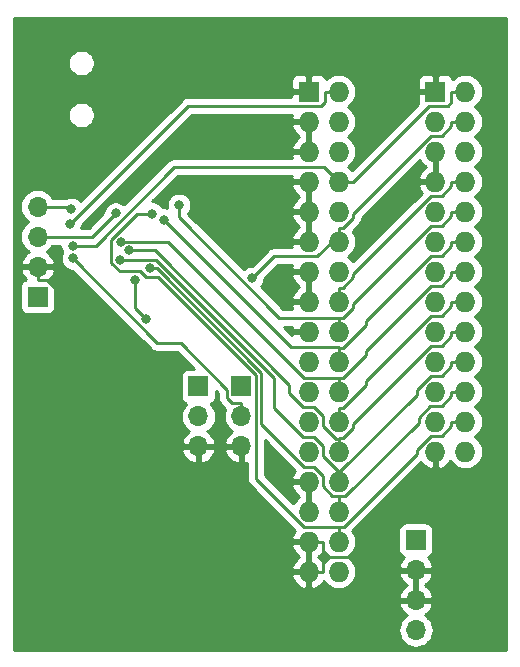
<source format=gbr>
G04 #@! TF.GenerationSoftware,KiCad,Pcbnew,(5.1.0)-1*
G04 #@! TF.CreationDate,2021-02-13T20:01:35+01:00*
G04 #@! TF.ProjectId,GreaseWeazle,47726561-7365-4576-9561-7a6c652e6b69,rev?*
G04 #@! TF.SameCoordinates,Original*
G04 #@! TF.FileFunction,Copper,L2,Bot*
G04 #@! TF.FilePolarity,Positive*
%FSLAX46Y46*%
G04 Gerber Fmt 4.6, Leading zero omitted, Abs format (unit mm)*
G04 Created by KiCad (PCBNEW (5.1.0)-1) date 2021-02-13 20:01:35*
%MOMM*%
%LPD*%
G04 APERTURE LIST*
%ADD10O,1.700000X1.700000*%
%ADD11R,1.700000X1.700000*%
%ADD12O,1.727200X1.727200*%
%ADD13R,1.727200X1.727200*%
%ADD14C,0.800000*%
%ADD15C,0.250000*%
%ADD16C,0.254000*%
G04 APERTURE END LIST*
D10*
X91734600Y-80634800D03*
X91734600Y-78094800D03*
D11*
X91734600Y-75554800D03*
D10*
X95356700Y-80634800D03*
X95356700Y-78094800D03*
D11*
X95356700Y-75554800D03*
D12*
X114332000Y-81076400D03*
X111792000Y-81076400D03*
X114332000Y-78536400D03*
X111792000Y-78536400D03*
X114332000Y-75996400D03*
X111792000Y-75996400D03*
X114332000Y-73456400D03*
X111792000Y-73456400D03*
X114332000Y-70916400D03*
X111792000Y-70916400D03*
X114332000Y-68376400D03*
X111792000Y-68376400D03*
X114332000Y-65836400D03*
X111792000Y-65836400D03*
X114332000Y-63296400D03*
X111792000Y-63296400D03*
X114332000Y-60756400D03*
X111792000Y-60756400D03*
X114332000Y-58216400D03*
X111792000Y-58216400D03*
X114332000Y-55676400D03*
X111792000Y-55676400D03*
X114332000Y-53136400D03*
X111792000Y-53136400D03*
X114332000Y-50596400D03*
D13*
X111792000Y-50596400D03*
D12*
X103612000Y-91236400D03*
X101072000Y-91236400D03*
X103612000Y-88696400D03*
X101072000Y-88696400D03*
X103612000Y-86156400D03*
X101072000Y-86156400D03*
X103612000Y-83616400D03*
X101072000Y-83616400D03*
X103612000Y-81076400D03*
X101072000Y-81076400D03*
X103612000Y-78536400D03*
X101072000Y-78536400D03*
X103612000Y-75996400D03*
X101072000Y-75996400D03*
X103612000Y-73456400D03*
X101072000Y-73456400D03*
X103612000Y-70916400D03*
X101072000Y-70916400D03*
X103612000Y-68376400D03*
X101072000Y-68376400D03*
X103612000Y-65836400D03*
X101072000Y-65836400D03*
X103612000Y-63296400D03*
X101072000Y-63296400D03*
X103612000Y-60756400D03*
X101072000Y-60756400D03*
X103612000Y-58216400D03*
X101072000Y-58216400D03*
X103612000Y-55676400D03*
X101072000Y-55676400D03*
X103612000Y-53136400D03*
X101072000Y-53136400D03*
X103612000Y-50596400D03*
D13*
X101072000Y-50596400D03*
D10*
X110150000Y-96179600D03*
X110150000Y-93639600D03*
X110150000Y-91099600D03*
D11*
X110150000Y-88559600D03*
D10*
X78115200Y-60330100D03*
X78115200Y-62870100D03*
X78115200Y-65410100D03*
D11*
X78115200Y-67950100D03*
D14*
X81298400Y-71261300D03*
X87162600Y-75759600D03*
X86346200Y-66531000D03*
X87266600Y-69865100D03*
X80949500Y-60517800D03*
X84724900Y-60909200D03*
X87846200Y-60930100D03*
X87664200Y-65569800D03*
X85104200Y-64812500D03*
X85897500Y-64037500D03*
X85211300Y-63305500D03*
X88846200Y-61431800D03*
X90097600Y-60193400D03*
X96280900Y-66383900D03*
X81080800Y-63626000D03*
X80834400Y-61831400D03*
X81095400Y-64724400D03*
D15*
X81597800Y-70961900D02*
X81298400Y-71261300D01*
X81597800Y-70961900D02*
X81597800Y-69260000D01*
X81597800Y-69260000D02*
X78923200Y-66585400D01*
X78923200Y-66585400D02*
X78115200Y-66585400D01*
X87162600Y-75759600D02*
X82364900Y-70961900D01*
X82364900Y-70961900D02*
X81597800Y-70961900D01*
X78115200Y-65410100D02*
X78115200Y-66585400D01*
X91734600Y-80634800D02*
X90559300Y-80634800D01*
X87162600Y-75759600D02*
X87162600Y-77238100D01*
X87162600Y-77238100D02*
X90559300Y-80634800D01*
X95356700Y-80634800D02*
X91734600Y-80634800D01*
X107866200Y-89991100D02*
X108974700Y-91099600D01*
X102817200Y-89991100D02*
X107866200Y-89991100D01*
X107866200Y-89991100D02*
X107866200Y-86191100D01*
X107866200Y-86191100D02*
X111792000Y-82265300D01*
X111792000Y-81076400D02*
X111792000Y-82265300D01*
X102260900Y-91236400D02*
X102260900Y-90547400D01*
X102260900Y-90547400D02*
X102817200Y-89991100D01*
X102817200Y-89991100D02*
X102260900Y-89434800D01*
X102260900Y-89434800D02*
X102260900Y-88696400D01*
X110150000Y-91099600D02*
X108974700Y-91099600D01*
X101072000Y-88696400D02*
X102260900Y-88696400D01*
X101072000Y-53136400D02*
X101072000Y-55676400D01*
X101072000Y-68376400D02*
X101072000Y-65836400D01*
X101072000Y-60756400D02*
X101072000Y-63296400D01*
X101072000Y-91236400D02*
X102260900Y-91236400D01*
X87266600Y-69865100D02*
X86346200Y-68944700D01*
X86346200Y-68944700D02*
X86346200Y-66531000D01*
X78115200Y-60330100D02*
X80761800Y-60330100D01*
X80761800Y-60330100D02*
X80949500Y-60517800D01*
X84724900Y-60909200D02*
X82764000Y-62870100D01*
X82764000Y-62870100D02*
X79290500Y-62870100D01*
X78115200Y-62870100D02*
X79290500Y-62870100D01*
X103612000Y-87426400D02*
X100658000Y-87426400D01*
X100658000Y-87426400D02*
X96607200Y-83375600D01*
X96607200Y-83375600D02*
X96607200Y-74604600D01*
X96607200Y-74604600D02*
X88317400Y-66314800D01*
X88317400Y-66314800D02*
X87269700Y-66314800D01*
X87269700Y-66314800D02*
X86757700Y-65802800D01*
X86757700Y-65802800D02*
X85066700Y-65802800D01*
X85066700Y-65802800D02*
X84350800Y-65086900D01*
X84350800Y-65086900D02*
X84350800Y-63127500D01*
X84350800Y-63127500D02*
X86548200Y-60930100D01*
X86548200Y-60930100D02*
X87846200Y-60930100D01*
X113143100Y-78536400D02*
X113143100Y-78908000D01*
X113143100Y-78908000D02*
X112325800Y-79725300D01*
X112325800Y-79725300D02*
X111454300Y-79725300D01*
X111454300Y-79725300D02*
X110202400Y-80977200D01*
X110202400Y-80977200D02*
X110202400Y-81261100D01*
X110202400Y-81261100D02*
X104037100Y-87426400D01*
X104037100Y-87426400D02*
X103612000Y-87426400D01*
X103612000Y-87426400D02*
X103612000Y-88402100D01*
X114332000Y-78536400D02*
X113143100Y-78536400D01*
X103612000Y-88696400D02*
X103612000Y-88402100D01*
X87664200Y-65569800D02*
X88209300Y-65569800D01*
X88209300Y-65569800D02*
X97057600Y-74418100D01*
X97057600Y-74418100D02*
X97057600Y-78747500D01*
X97057600Y-78747500D02*
X100656500Y-82346400D01*
X100656500Y-82346400D02*
X101505300Y-82346400D01*
X101505300Y-82346400D02*
X102261000Y-83102100D01*
X102261000Y-83102100D02*
X102261000Y-83997600D01*
X102261000Y-83997600D02*
X103068700Y-84805300D01*
X103068700Y-84805300D02*
X103612000Y-84805300D01*
X103612000Y-84805300D02*
X104187100Y-84805300D01*
X104187100Y-84805300D02*
X110376400Y-78616000D01*
X110376400Y-78616000D02*
X110376400Y-78194200D01*
X110376400Y-78194200D02*
X111385300Y-77185300D01*
X111385300Y-77185300D02*
X112325800Y-77185300D01*
X112325800Y-77185300D02*
X113143100Y-76368000D01*
X113143100Y-76368000D02*
X113143100Y-75996400D01*
X103612000Y-85567800D02*
X103612000Y-84805300D01*
X114332000Y-75996400D02*
X113143100Y-75996400D01*
X103612000Y-86156400D02*
X103612000Y-85567800D01*
X103624200Y-82828200D02*
X102261000Y-81465000D01*
X102261000Y-81465000D02*
X102261000Y-80562100D01*
X102261000Y-80562100D02*
X101505300Y-79806400D01*
X101505300Y-79806400D02*
X100592700Y-79806400D01*
X100592700Y-79806400D02*
X98172300Y-77386000D01*
X98172300Y-77386000D02*
X98172300Y-74818700D01*
X98172300Y-74818700D02*
X88166100Y-64812500D01*
X88166100Y-64812500D02*
X85104200Y-64812500D01*
X103624200Y-82828200D02*
X110202400Y-76250000D01*
X110202400Y-76250000D02*
X110202400Y-75869000D01*
X110202400Y-75869000D02*
X111426100Y-74645300D01*
X111426100Y-74645300D02*
X112325800Y-74645300D01*
X112325800Y-74645300D02*
X113143100Y-73828000D01*
X113143100Y-73828000D02*
X113143100Y-73456400D01*
X103612000Y-83027800D02*
X103612000Y-82840400D01*
X103612000Y-82840400D02*
X103624200Y-82828200D01*
X114332000Y-73456400D02*
X113143100Y-73456400D01*
X103612000Y-83616400D02*
X103612000Y-83027800D01*
X103612000Y-80042000D02*
X103379400Y-80042000D01*
X103379400Y-80042000D02*
X102261000Y-78923600D01*
X102261000Y-78923600D02*
X102261000Y-78022100D01*
X102261000Y-78022100D02*
X101505300Y-77266400D01*
X101505300Y-77266400D02*
X100598700Y-77266400D01*
X100598700Y-77266400D02*
X99412200Y-76079900D01*
X99412200Y-76079900D02*
X99412200Y-75415100D01*
X99412200Y-75415100D02*
X88034600Y-64037500D01*
X88034600Y-64037500D02*
X85897500Y-64037500D01*
X103612000Y-80042000D02*
X103612000Y-79887500D01*
X103612000Y-80184700D02*
X103612000Y-80042000D01*
X103612000Y-80184700D02*
X103612000Y-80605100D01*
X103612000Y-81076400D02*
X103612000Y-80605100D01*
X114332000Y-70916400D02*
X113143100Y-70916400D01*
X103612000Y-79887500D02*
X103958000Y-79887500D01*
X103958000Y-79887500D02*
X104800900Y-79044600D01*
X104800900Y-79044600D02*
X104800900Y-78763500D01*
X104800900Y-78763500D02*
X111459100Y-72105300D01*
X111459100Y-72105300D02*
X112325800Y-72105300D01*
X112325800Y-72105300D02*
X113143100Y-71288000D01*
X113143100Y-71288000D02*
X113143100Y-70916400D01*
X103612000Y-78536400D02*
X103612000Y-77347500D01*
X103612000Y-77347500D02*
X104014900Y-77347500D01*
X104014900Y-77347500D02*
X105927100Y-75435300D01*
X105927100Y-75435300D02*
X105927100Y-75073800D01*
X105927100Y-75073800D02*
X111435600Y-69565300D01*
X111435600Y-69565300D02*
X112325800Y-69565300D01*
X112325800Y-69565300D02*
X113143100Y-68748000D01*
X113143100Y-68748000D02*
X113143100Y-68376400D01*
X114332000Y-68376400D02*
X113143100Y-68376400D01*
X85211300Y-63305500D02*
X89184100Y-63305500D01*
X89184100Y-63305500D02*
X100686100Y-74807500D01*
X100686100Y-74807500D02*
X103612000Y-74807500D01*
X103612000Y-74920100D02*
X103612000Y-74807500D01*
X103612000Y-74807500D02*
X104019100Y-74807500D01*
X104019100Y-74807500D02*
X105927100Y-72899500D01*
X105927100Y-72899500D02*
X105927100Y-72557400D01*
X105927100Y-72557400D02*
X111459200Y-67025300D01*
X111459200Y-67025300D02*
X112325800Y-67025300D01*
X112325800Y-67025300D02*
X113143100Y-66208000D01*
X113143100Y-66208000D02*
X113143100Y-65836400D01*
X103612000Y-75996400D02*
X103612000Y-74920100D01*
X114332000Y-65836400D02*
X113143100Y-65836400D01*
X103612000Y-72267600D02*
X103530800Y-72186400D01*
X103530800Y-72186400D02*
X99600800Y-72186400D01*
X99600800Y-72186400D02*
X88846200Y-61431800D01*
X103612000Y-72267600D02*
X104015000Y-72267600D01*
X104015000Y-72267600D02*
X105927100Y-70355500D01*
X105927100Y-70355500D02*
X105927100Y-69994000D01*
X105927100Y-69994000D02*
X111435800Y-64485300D01*
X111435800Y-64485300D02*
X112325800Y-64485300D01*
X112325800Y-64485300D02*
X113143100Y-63668000D01*
X113143100Y-63668000D02*
X113143100Y-63296400D01*
X103612000Y-72380100D02*
X103612000Y-72267600D01*
X103612000Y-73456400D02*
X103612000Y-72380100D01*
X114332000Y-63296400D02*
X113143100Y-63296400D01*
X103612000Y-69727500D02*
X98594600Y-69727500D01*
X98594600Y-69727500D02*
X90097600Y-61230500D01*
X90097600Y-61230500D02*
X90097600Y-60193400D01*
X103612000Y-69840100D02*
X103612000Y-69727500D01*
X103612000Y-69727500D02*
X103958700Y-69727500D01*
X103958700Y-69727500D02*
X104800900Y-68885300D01*
X104800900Y-68885300D02*
X104800900Y-68604400D01*
X104800900Y-68604400D02*
X111460000Y-61945300D01*
X111460000Y-61945300D02*
X112325800Y-61945300D01*
X112325800Y-61945300D02*
X113143100Y-61128000D01*
X113143100Y-61128000D02*
X113143100Y-60756400D01*
X103612000Y-70916400D02*
X103612000Y-69840100D01*
X114332000Y-60756400D02*
X113143100Y-60756400D01*
X114332000Y-58216400D02*
X113143100Y-58216400D01*
X103612000Y-68376400D02*
X103612000Y-67187500D01*
X103612000Y-67187500D02*
X103943700Y-67187500D01*
X103943700Y-67187500D02*
X104800900Y-66330300D01*
X104800900Y-66330300D02*
X104800900Y-66044400D01*
X104800900Y-66044400D02*
X111440000Y-59405300D01*
X111440000Y-59405300D02*
X112325800Y-59405300D01*
X112325800Y-59405300D02*
X113143100Y-58588000D01*
X113143100Y-58588000D02*
X113143100Y-58216400D01*
X96280900Y-66383900D02*
X98162300Y-64502500D01*
X98162300Y-64502500D02*
X101817300Y-64502500D01*
X101817300Y-64502500D02*
X103612000Y-62707800D01*
X103612000Y-62707800D02*
X103612000Y-62107500D01*
X103612000Y-63296400D02*
X103612000Y-62707800D01*
X114332000Y-53136400D02*
X113143100Y-53136400D01*
X103612000Y-62107500D02*
X104012400Y-62107500D01*
X104012400Y-62107500D02*
X104800900Y-61319000D01*
X104800900Y-61319000D02*
X104800900Y-60960400D01*
X104800900Y-60960400D02*
X111436000Y-54325300D01*
X111436000Y-54325300D02*
X112325800Y-54325300D01*
X112325800Y-54325300D02*
X113143100Y-53508000D01*
X113143100Y-53508000D02*
X113143100Y-53136400D01*
X81080800Y-63626000D02*
X83033900Y-63626000D01*
X83033900Y-63626000D02*
X89670200Y-56989700D01*
X89670200Y-56989700D02*
X102408600Y-56989700D01*
X102408600Y-56989700D02*
X103635300Y-58216400D01*
X103635300Y-58216400D02*
X103705000Y-58216400D01*
X103612000Y-58216400D02*
X103635300Y-58216400D01*
X103735800Y-58216400D02*
X104107200Y-58216400D01*
X103735800Y-58216400D02*
X103705000Y-58216400D01*
X104206500Y-58216400D02*
X104800900Y-58216400D01*
X104206500Y-58216400D02*
X104107200Y-58216400D01*
X114332000Y-50596400D02*
X113143100Y-50596400D01*
X104800900Y-58216400D02*
X111232000Y-51785300D01*
X111232000Y-51785300D02*
X112845900Y-51785300D01*
X112845900Y-51785300D02*
X113143100Y-51488100D01*
X113143100Y-51488100D02*
X113143100Y-50596400D01*
X103612000Y-50596400D02*
X102423100Y-50596400D01*
X102423100Y-50596400D02*
X102423100Y-51488100D01*
X102423100Y-51488100D02*
X102125900Y-51785300D01*
X102125900Y-51785300D02*
X90880500Y-51785300D01*
X90880500Y-51785300D02*
X80834400Y-61831400D01*
X81095400Y-64724400D02*
X88252500Y-71881500D01*
X88252500Y-71881500D02*
X90229300Y-71881500D01*
X90229300Y-71881500D02*
X94181400Y-75833600D01*
X94181400Y-75833600D02*
X94181400Y-76546300D01*
X94181400Y-76546300D02*
X94554600Y-76919500D01*
X94554600Y-76919500D02*
X95356700Y-76919500D01*
X95356700Y-78094800D02*
X95356700Y-76919500D01*
D16*
G36*
X117793241Y-97833679D02*
G01*
X76113240Y-97839902D01*
X76113240Y-96179600D01*
X108657815Y-96179600D01*
X108686487Y-96470711D01*
X108771401Y-96750634D01*
X108909294Y-97008614D01*
X109094866Y-97234734D01*
X109320986Y-97420306D01*
X109578966Y-97558199D01*
X109858889Y-97643113D01*
X110077050Y-97664600D01*
X110222950Y-97664600D01*
X110441111Y-97643113D01*
X110721034Y-97558199D01*
X110979014Y-97420306D01*
X111205134Y-97234734D01*
X111390706Y-97008614D01*
X111528599Y-96750634D01*
X111613513Y-96470711D01*
X111642185Y-96179600D01*
X111613513Y-95888489D01*
X111528599Y-95608566D01*
X111390706Y-95350586D01*
X111205134Y-95124466D01*
X110979014Y-94938894D01*
X110914477Y-94904399D01*
X111031355Y-94834778D01*
X111247588Y-94639869D01*
X111421641Y-94406520D01*
X111546825Y-94143699D01*
X111591476Y-93996490D01*
X111470155Y-93766600D01*
X110277000Y-93766600D01*
X110277000Y-93786600D01*
X110023000Y-93786600D01*
X110023000Y-93766600D01*
X108829845Y-93766600D01*
X108708524Y-93996490D01*
X108753175Y-94143699D01*
X108878359Y-94406520D01*
X109052412Y-94639869D01*
X109268645Y-94834778D01*
X109385523Y-94904399D01*
X109320986Y-94938894D01*
X109094866Y-95124466D01*
X108909294Y-95350586D01*
X108771401Y-95608566D01*
X108686487Y-95888489D01*
X108657815Y-96179600D01*
X76113240Y-96179600D01*
X76113240Y-91595426D01*
X99617042Y-91595426D01*
X99662778Y-91746214D01*
X99789316Y-92011344D01*
X99965146Y-92246693D01*
X100183512Y-92443217D01*
X100436022Y-92593364D01*
X100712973Y-92691363D01*
X100945000Y-92570864D01*
X100945000Y-91363400D01*
X99738183Y-91363400D01*
X99617042Y-91595426D01*
X76113240Y-91595426D01*
X76113240Y-89055426D01*
X99617042Y-89055426D01*
X99662778Y-89206214D01*
X99789316Y-89471344D01*
X99965146Y-89706693D01*
X100183512Y-89903217D01*
X100289770Y-89966400D01*
X100183512Y-90029583D01*
X99965146Y-90226107D01*
X99789316Y-90461456D01*
X99662778Y-90726586D01*
X99617042Y-90877374D01*
X99738183Y-91109400D01*
X100945000Y-91109400D01*
X100945000Y-88823400D01*
X99738183Y-88823400D01*
X99617042Y-89055426D01*
X76113240Y-89055426D01*
X76113240Y-80991690D01*
X90293124Y-80991690D01*
X90337775Y-81138899D01*
X90462959Y-81401720D01*
X90637012Y-81635069D01*
X90853245Y-81829978D01*
X91103348Y-81978957D01*
X91377709Y-82076281D01*
X91607600Y-81955614D01*
X91607600Y-80761800D01*
X91861600Y-80761800D01*
X91861600Y-81955614D01*
X92091491Y-82076281D01*
X92365852Y-81978957D01*
X92615955Y-81829978D01*
X92832188Y-81635069D01*
X93006241Y-81401720D01*
X93131425Y-81138899D01*
X93176076Y-80991690D01*
X93915224Y-80991690D01*
X93959875Y-81138899D01*
X94085059Y-81401720D01*
X94259112Y-81635069D01*
X94475345Y-81829978D01*
X94725448Y-81978957D01*
X94999809Y-82076281D01*
X95229700Y-81955614D01*
X95229700Y-80761800D01*
X94036545Y-80761800D01*
X93915224Y-80991690D01*
X93176076Y-80991690D01*
X93054755Y-80761800D01*
X91861600Y-80761800D01*
X91607600Y-80761800D01*
X90414445Y-80761800D01*
X90293124Y-80991690D01*
X76113240Y-80991690D01*
X76113240Y-67100100D01*
X76627128Y-67100100D01*
X76627128Y-68800100D01*
X76639388Y-68924582D01*
X76675698Y-69044280D01*
X76734663Y-69154594D01*
X76814015Y-69251285D01*
X76910706Y-69330637D01*
X77021020Y-69389602D01*
X77140718Y-69425912D01*
X77265200Y-69438172D01*
X78965200Y-69438172D01*
X79089682Y-69425912D01*
X79209380Y-69389602D01*
X79319694Y-69330637D01*
X79416385Y-69251285D01*
X79495737Y-69154594D01*
X79554702Y-69044280D01*
X79591012Y-68924582D01*
X79603272Y-68800100D01*
X79603272Y-67100100D01*
X79591012Y-66975618D01*
X79554702Y-66855920D01*
X79495737Y-66745606D01*
X79416385Y-66648915D01*
X79319694Y-66569563D01*
X79209380Y-66510598D01*
X79128734Y-66486134D01*
X79212788Y-66410369D01*
X79386841Y-66177020D01*
X79512025Y-65914199D01*
X79556676Y-65766990D01*
X79435355Y-65537100D01*
X78242200Y-65537100D01*
X78242200Y-65557100D01*
X77988200Y-65557100D01*
X77988200Y-65537100D01*
X76795045Y-65537100D01*
X76673724Y-65766990D01*
X76718375Y-65914199D01*
X76843559Y-66177020D01*
X77017612Y-66410369D01*
X77101666Y-66486134D01*
X77021020Y-66510598D01*
X76910706Y-66569563D01*
X76814015Y-66648915D01*
X76734663Y-66745606D01*
X76675698Y-66855920D01*
X76639388Y-66975618D01*
X76627128Y-67100100D01*
X76113240Y-67100100D01*
X76113240Y-60330100D01*
X76623015Y-60330100D01*
X76651687Y-60621211D01*
X76736601Y-60901134D01*
X76874494Y-61159114D01*
X77060066Y-61385234D01*
X77286186Y-61570806D01*
X77340991Y-61600100D01*
X77286186Y-61629394D01*
X77060066Y-61814966D01*
X76874494Y-62041086D01*
X76736601Y-62299066D01*
X76651687Y-62578989D01*
X76623015Y-62870100D01*
X76651687Y-63161211D01*
X76736601Y-63441134D01*
X76874494Y-63699114D01*
X77060066Y-63925234D01*
X77286186Y-64110806D01*
X77350723Y-64145301D01*
X77233845Y-64214922D01*
X77017612Y-64409831D01*
X76843559Y-64643180D01*
X76718375Y-64906001D01*
X76673724Y-65053210D01*
X76795045Y-65283100D01*
X77988200Y-65283100D01*
X77988200Y-65263100D01*
X78242200Y-65263100D01*
X78242200Y-65283100D01*
X79435355Y-65283100D01*
X79556676Y-65053210D01*
X79512025Y-64906001D01*
X79386841Y-64643180D01*
X79212788Y-64409831D01*
X78996555Y-64214922D01*
X78879677Y-64145301D01*
X78944214Y-64110806D01*
X79170334Y-63925234D01*
X79355906Y-63699114D01*
X79392795Y-63630100D01*
X80045800Y-63630100D01*
X80045800Y-63727939D01*
X80085574Y-63927898D01*
X80163595Y-64116256D01*
X80210280Y-64186125D01*
X80178195Y-64234144D01*
X80100174Y-64422502D01*
X80060400Y-64622461D01*
X80060400Y-64826339D01*
X80100174Y-65026298D01*
X80178195Y-65214656D01*
X80291463Y-65384174D01*
X80435626Y-65528337D01*
X80605144Y-65641605D01*
X80793502Y-65719626D01*
X80993461Y-65759400D01*
X81055599Y-65759400D01*
X87688700Y-72392502D01*
X87712499Y-72421501D01*
X87741497Y-72445299D01*
X87828223Y-72516474D01*
X87904790Y-72557400D01*
X87960253Y-72587046D01*
X88103514Y-72630503D01*
X88215167Y-72641500D01*
X88215177Y-72641500D01*
X88252500Y-72645176D01*
X88289823Y-72641500D01*
X89914499Y-72641500D01*
X91339726Y-74066728D01*
X90884600Y-74066728D01*
X90760118Y-74078988D01*
X90640420Y-74115298D01*
X90530106Y-74174263D01*
X90433415Y-74253615D01*
X90354063Y-74350306D01*
X90295098Y-74460620D01*
X90258788Y-74580318D01*
X90246528Y-74704800D01*
X90246528Y-76404800D01*
X90258788Y-76529282D01*
X90295098Y-76648980D01*
X90354063Y-76759294D01*
X90433415Y-76855985D01*
X90530106Y-76935337D01*
X90640420Y-76994302D01*
X90709287Y-77015193D01*
X90679466Y-77039666D01*
X90493894Y-77265786D01*
X90356001Y-77523766D01*
X90271087Y-77803689D01*
X90242415Y-78094800D01*
X90271087Y-78385911D01*
X90356001Y-78665834D01*
X90493894Y-78923814D01*
X90679466Y-79149934D01*
X90905586Y-79335506D01*
X90970123Y-79370001D01*
X90853245Y-79439622D01*
X90637012Y-79634531D01*
X90462959Y-79867880D01*
X90337775Y-80130701D01*
X90293124Y-80277910D01*
X90414445Y-80507800D01*
X91607600Y-80507800D01*
X91607600Y-80487800D01*
X91861600Y-80487800D01*
X91861600Y-80507800D01*
X93054755Y-80507800D01*
X93176076Y-80277910D01*
X93131425Y-80130701D01*
X93006241Y-79867880D01*
X92832188Y-79634531D01*
X92615955Y-79439622D01*
X92499077Y-79370001D01*
X92563614Y-79335506D01*
X92789734Y-79149934D01*
X92975306Y-78923814D01*
X93113199Y-78665834D01*
X93198113Y-78385911D01*
X93226785Y-78094800D01*
X93198113Y-77803689D01*
X93113199Y-77523766D01*
X92975306Y-77265786D01*
X92789734Y-77039666D01*
X92759913Y-77015193D01*
X92828780Y-76994302D01*
X92939094Y-76935337D01*
X93035785Y-76855985D01*
X93115137Y-76759294D01*
X93174102Y-76648980D01*
X93210412Y-76529282D01*
X93222672Y-76404800D01*
X93222672Y-75949675D01*
X93421400Y-76148403D01*
X93421400Y-76508978D01*
X93417724Y-76546300D01*
X93421400Y-76583622D01*
X93421400Y-76583633D01*
X93432397Y-76695286D01*
X93455469Y-76771344D01*
X93475854Y-76838546D01*
X93546426Y-76970576D01*
X93615920Y-77055254D01*
X93641400Y-77086301D01*
X93670398Y-77110099D01*
X93990796Y-77430497D01*
X94013298Y-77457916D01*
X93978101Y-77523766D01*
X93893187Y-77803689D01*
X93864515Y-78094800D01*
X93893187Y-78385911D01*
X93978101Y-78665834D01*
X94115994Y-78923814D01*
X94301566Y-79149934D01*
X94527686Y-79335506D01*
X94592223Y-79370001D01*
X94475345Y-79439622D01*
X94259112Y-79634531D01*
X94085059Y-79867880D01*
X93959875Y-80130701D01*
X93915224Y-80277910D01*
X94036545Y-80507800D01*
X95229700Y-80507800D01*
X95229700Y-80487800D01*
X95483700Y-80487800D01*
X95483700Y-80507800D01*
X95503700Y-80507800D01*
X95503700Y-80761800D01*
X95483700Y-80761800D01*
X95483700Y-81955614D01*
X95713591Y-82076281D01*
X95847200Y-82028886D01*
X95847200Y-83338278D01*
X95843524Y-83375600D01*
X95847200Y-83412922D01*
X95847200Y-83412932D01*
X95858197Y-83524585D01*
X95897373Y-83653732D01*
X95901654Y-83667846D01*
X95972226Y-83799876D01*
X95978603Y-83807646D01*
X96067199Y-83915601D01*
X96096203Y-83939404D01*
X99912873Y-87756075D01*
X99789316Y-87921456D01*
X99662778Y-88186586D01*
X99617042Y-88337374D01*
X99738183Y-88569400D01*
X100945000Y-88569400D01*
X100945000Y-88549400D01*
X101199000Y-88549400D01*
X101199000Y-88569400D01*
X101219000Y-88569400D01*
X101219000Y-88823400D01*
X101199000Y-88823400D01*
X101199000Y-91109400D01*
X101219000Y-91109400D01*
X101219000Y-91363400D01*
X101199000Y-91363400D01*
X101199000Y-92570864D01*
X101431027Y-92691363D01*
X101707978Y-92593364D01*
X101960488Y-92443217D01*
X102178854Y-92246693D01*
X102338530Y-92032967D01*
X102359931Y-92073006D01*
X102547203Y-92301197D01*
X102775394Y-92488469D01*
X103035736Y-92627625D01*
X103318223Y-92713316D01*
X103538381Y-92735000D01*
X103685619Y-92735000D01*
X103905777Y-92713316D01*
X104188264Y-92627625D01*
X104448606Y-92488469D01*
X104676797Y-92301197D01*
X104864069Y-92073006D01*
X105003225Y-91812664D01*
X105088916Y-91530177D01*
X105096173Y-91456490D01*
X108708524Y-91456490D01*
X108753175Y-91603699D01*
X108878359Y-91866520D01*
X109052412Y-92099869D01*
X109268645Y-92294778D01*
X109394255Y-92369600D01*
X109268645Y-92444422D01*
X109052412Y-92639331D01*
X108878359Y-92872680D01*
X108753175Y-93135501D01*
X108708524Y-93282710D01*
X108829845Y-93512600D01*
X110023000Y-93512600D01*
X110023000Y-91226600D01*
X110277000Y-91226600D01*
X110277000Y-93512600D01*
X111470155Y-93512600D01*
X111591476Y-93282710D01*
X111546825Y-93135501D01*
X111421641Y-92872680D01*
X111247588Y-92639331D01*
X111031355Y-92444422D01*
X110905745Y-92369600D01*
X111031355Y-92294778D01*
X111247588Y-92099869D01*
X111421641Y-91866520D01*
X111546825Y-91603699D01*
X111591476Y-91456490D01*
X111470155Y-91226600D01*
X110277000Y-91226600D01*
X110023000Y-91226600D01*
X108829845Y-91226600D01*
X108708524Y-91456490D01*
X105096173Y-91456490D01*
X105117851Y-91236400D01*
X105088916Y-90942623D01*
X105003225Y-90660136D01*
X104864069Y-90399794D01*
X104676797Y-90171603D01*
X104448606Y-89984331D01*
X104415060Y-89966400D01*
X104448606Y-89948469D01*
X104676797Y-89761197D01*
X104864069Y-89533006D01*
X105003225Y-89272664D01*
X105088916Y-88990177D01*
X105117851Y-88696400D01*
X105088916Y-88402623D01*
X105003225Y-88120136D01*
X104864069Y-87859794D01*
X104780426Y-87757875D01*
X104828701Y-87709600D01*
X108661928Y-87709600D01*
X108661928Y-89409600D01*
X108674188Y-89534082D01*
X108710498Y-89653780D01*
X108769463Y-89764094D01*
X108848815Y-89860785D01*
X108945506Y-89940137D01*
X109055820Y-89999102D01*
X109136466Y-90023566D01*
X109052412Y-90099331D01*
X108878359Y-90332680D01*
X108753175Y-90595501D01*
X108708524Y-90742710D01*
X108829845Y-90972600D01*
X110023000Y-90972600D01*
X110023000Y-90952600D01*
X110277000Y-90952600D01*
X110277000Y-90972600D01*
X111470155Y-90972600D01*
X111591476Y-90742710D01*
X111546825Y-90595501D01*
X111421641Y-90332680D01*
X111247588Y-90099331D01*
X111163534Y-90023566D01*
X111244180Y-89999102D01*
X111354494Y-89940137D01*
X111451185Y-89860785D01*
X111530537Y-89764094D01*
X111589502Y-89653780D01*
X111625812Y-89534082D01*
X111638072Y-89409600D01*
X111638072Y-87709600D01*
X111625812Y-87585118D01*
X111589502Y-87465420D01*
X111530537Y-87355106D01*
X111451185Y-87258415D01*
X111354494Y-87179063D01*
X111244180Y-87120098D01*
X111124482Y-87083788D01*
X111000000Y-87071528D01*
X109300000Y-87071528D01*
X109175518Y-87083788D01*
X109055820Y-87120098D01*
X108945506Y-87179063D01*
X108848815Y-87258415D01*
X108769463Y-87355106D01*
X108710498Y-87465420D01*
X108674188Y-87585118D01*
X108661928Y-87709600D01*
X104828701Y-87709600D01*
X110585280Y-81953022D01*
X110685146Y-82086693D01*
X110903512Y-82283217D01*
X111156022Y-82433364D01*
X111432973Y-82531363D01*
X111665000Y-82410864D01*
X111665000Y-81203400D01*
X111645000Y-81203400D01*
X111645000Y-80949400D01*
X111665000Y-80949400D01*
X111665000Y-80929400D01*
X111919000Y-80929400D01*
X111919000Y-80949400D01*
X111939000Y-80949400D01*
X111939000Y-81203400D01*
X111919000Y-81203400D01*
X111919000Y-82410864D01*
X112151027Y-82531363D01*
X112427978Y-82433364D01*
X112680488Y-82283217D01*
X112898854Y-82086693D01*
X113058530Y-81872967D01*
X113079931Y-81913006D01*
X113267203Y-82141197D01*
X113495394Y-82328469D01*
X113755736Y-82467625D01*
X114038223Y-82553316D01*
X114258381Y-82575000D01*
X114405619Y-82575000D01*
X114625777Y-82553316D01*
X114908264Y-82467625D01*
X115168606Y-82328469D01*
X115396797Y-82141197D01*
X115584069Y-81913006D01*
X115723225Y-81652664D01*
X115808916Y-81370177D01*
X115837851Y-81076400D01*
X115808916Y-80782623D01*
X115723225Y-80500136D01*
X115584069Y-80239794D01*
X115396797Y-80011603D01*
X115168606Y-79824331D01*
X115135060Y-79806400D01*
X115168606Y-79788469D01*
X115396797Y-79601197D01*
X115584069Y-79373006D01*
X115723225Y-79112664D01*
X115808916Y-78830177D01*
X115837851Y-78536400D01*
X115808916Y-78242623D01*
X115723225Y-77960136D01*
X115584069Y-77699794D01*
X115396797Y-77471603D01*
X115168606Y-77284331D01*
X115135060Y-77266400D01*
X115168606Y-77248469D01*
X115396797Y-77061197D01*
X115584069Y-76833006D01*
X115723225Y-76572664D01*
X115808916Y-76290177D01*
X115837851Y-75996400D01*
X115808916Y-75702623D01*
X115723225Y-75420136D01*
X115584069Y-75159794D01*
X115396797Y-74931603D01*
X115168606Y-74744331D01*
X115135060Y-74726400D01*
X115168606Y-74708469D01*
X115396797Y-74521197D01*
X115584069Y-74293006D01*
X115723225Y-74032664D01*
X115808916Y-73750177D01*
X115837851Y-73456400D01*
X115808916Y-73162623D01*
X115723225Y-72880136D01*
X115584069Y-72619794D01*
X115396797Y-72391603D01*
X115168606Y-72204331D01*
X115135060Y-72186400D01*
X115168606Y-72168469D01*
X115396797Y-71981197D01*
X115584069Y-71753006D01*
X115723225Y-71492664D01*
X115808916Y-71210177D01*
X115837851Y-70916400D01*
X115808916Y-70622623D01*
X115723225Y-70340136D01*
X115584069Y-70079794D01*
X115396797Y-69851603D01*
X115168606Y-69664331D01*
X115135060Y-69646400D01*
X115168606Y-69628469D01*
X115396797Y-69441197D01*
X115584069Y-69213006D01*
X115723225Y-68952664D01*
X115808916Y-68670177D01*
X115837851Y-68376400D01*
X115808916Y-68082623D01*
X115723225Y-67800136D01*
X115584069Y-67539794D01*
X115396797Y-67311603D01*
X115168606Y-67124331D01*
X115135060Y-67106400D01*
X115168606Y-67088469D01*
X115396797Y-66901197D01*
X115584069Y-66673006D01*
X115723225Y-66412664D01*
X115808916Y-66130177D01*
X115837851Y-65836400D01*
X115808916Y-65542623D01*
X115723225Y-65260136D01*
X115584069Y-64999794D01*
X115396797Y-64771603D01*
X115168606Y-64584331D01*
X115135060Y-64566400D01*
X115168606Y-64548469D01*
X115396797Y-64361197D01*
X115584069Y-64133006D01*
X115723225Y-63872664D01*
X115808916Y-63590177D01*
X115837851Y-63296400D01*
X115808916Y-63002623D01*
X115723225Y-62720136D01*
X115584069Y-62459794D01*
X115396797Y-62231603D01*
X115168606Y-62044331D01*
X115135060Y-62026400D01*
X115168606Y-62008469D01*
X115396797Y-61821197D01*
X115584069Y-61593006D01*
X115723225Y-61332664D01*
X115808916Y-61050177D01*
X115837851Y-60756400D01*
X115808916Y-60462623D01*
X115723225Y-60180136D01*
X115584069Y-59919794D01*
X115396797Y-59691603D01*
X115168606Y-59504331D01*
X115135060Y-59486400D01*
X115168606Y-59468469D01*
X115396797Y-59281197D01*
X115584069Y-59053006D01*
X115723225Y-58792664D01*
X115808916Y-58510177D01*
X115837851Y-58216400D01*
X115808916Y-57922623D01*
X115723225Y-57640136D01*
X115584069Y-57379794D01*
X115396797Y-57151603D01*
X115168606Y-56964331D01*
X115135060Y-56946400D01*
X115168606Y-56928469D01*
X115396797Y-56741197D01*
X115584069Y-56513006D01*
X115723225Y-56252664D01*
X115808916Y-55970177D01*
X115837851Y-55676400D01*
X115808916Y-55382623D01*
X115723225Y-55100136D01*
X115584069Y-54839794D01*
X115396797Y-54611603D01*
X115168606Y-54424331D01*
X115135060Y-54406400D01*
X115168606Y-54388469D01*
X115396797Y-54201197D01*
X115584069Y-53973006D01*
X115723225Y-53712664D01*
X115808916Y-53430177D01*
X115837851Y-53136400D01*
X115808916Y-52842623D01*
X115723225Y-52560136D01*
X115584069Y-52299794D01*
X115396797Y-52071603D01*
X115168606Y-51884331D01*
X115135060Y-51866400D01*
X115168606Y-51848469D01*
X115396797Y-51661197D01*
X115584069Y-51433006D01*
X115723225Y-51172664D01*
X115808916Y-50890177D01*
X115837851Y-50596400D01*
X115808916Y-50302623D01*
X115723225Y-50020136D01*
X115584069Y-49759794D01*
X115396797Y-49531603D01*
X115168606Y-49344331D01*
X114908264Y-49205175D01*
X114625777Y-49119484D01*
X114405619Y-49097800D01*
X114258381Y-49097800D01*
X114038223Y-49119484D01*
X113755736Y-49205175D01*
X113495394Y-49344331D01*
X113267203Y-49531603D01*
X113260586Y-49539665D01*
X113245102Y-49488620D01*
X113186137Y-49378306D01*
X113106785Y-49281615D01*
X113010094Y-49202263D01*
X112899780Y-49143298D01*
X112780082Y-49106988D01*
X112655600Y-49094728D01*
X112077750Y-49097800D01*
X111919000Y-49256550D01*
X111919000Y-50469400D01*
X111939000Y-50469400D01*
X111939000Y-50723400D01*
X111919000Y-50723400D01*
X111919000Y-50743400D01*
X111665000Y-50743400D01*
X111665000Y-50723400D01*
X110452150Y-50723400D01*
X110293400Y-50882150D01*
X110290328Y-51460000D01*
X110302588Y-51584482D01*
X110315489Y-51627009D01*
X104728228Y-57214271D01*
X104676797Y-57151603D01*
X104448606Y-56964331D01*
X104415060Y-56946400D01*
X104448606Y-56928469D01*
X104676797Y-56741197D01*
X104864069Y-56513006D01*
X105003225Y-56252664D01*
X105088916Y-55970177D01*
X105117851Y-55676400D01*
X105088916Y-55382623D01*
X105003225Y-55100136D01*
X104864069Y-54839794D01*
X104676797Y-54611603D01*
X104448606Y-54424331D01*
X104415060Y-54406400D01*
X104448606Y-54388469D01*
X104676797Y-54201197D01*
X104864069Y-53973006D01*
X105003225Y-53712664D01*
X105088916Y-53430177D01*
X105117851Y-53136400D01*
X105088916Y-52842623D01*
X105003225Y-52560136D01*
X104864069Y-52299794D01*
X104676797Y-52071603D01*
X104448606Y-51884331D01*
X104415060Y-51866400D01*
X104448606Y-51848469D01*
X104676797Y-51661197D01*
X104864069Y-51433006D01*
X105003225Y-51172664D01*
X105088916Y-50890177D01*
X105117851Y-50596400D01*
X105088916Y-50302623D01*
X105003225Y-50020136D01*
X104864069Y-49759794D01*
X104841916Y-49732800D01*
X110290328Y-49732800D01*
X110293400Y-50310650D01*
X110452150Y-50469400D01*
X111665000Y-50469400D01*
X111665000Y-49256550D01*
X111506250Y-49097800D01*
X110928400Y-49094728D01*
X110803918Y-49106988D01*
X110684220Y-49143298D01*
X110573906Y-49202263D01*
X110477215Y-49281615D01*
X110397863Y-49378306D01*
X110338898Y-49488620D01*
X110302588Y-49608318D01*
X110290328Y-49732800D01*
X104841916Y-49732800D01*
X104676797Y-49531603D01*
X104448606Y-49344331D01*
X104188264Y-49205175D01*
X103905777Y-49119484D01*
X103685619Y-49097800D01*
X103538381Y-49097800D01*
X103318223Y-49119484D01*
X103035736Y-49205175D01*
X102775394Y-49344331D01*
X102547203Y-49531603D01*
X102540586Y-49539665D01*
X102525102Y-49488620D01*
X102466137Y-49378306D01*
X102386785Y-49281615D01*
X102290094Y-49202263D01*
X102179780Y-49143298D01*
X102060082Y-49106988D01*
X101935600Y-49094728D01*
X101357750Y-49097800D01*
X101199000Y-49256550D01*
X101199000Y-50469400D01*
X101219000Y-50469400D01*
X101219000Y-50723400D01*
X101199000Y-50723400D01*
X101199000Y-50743400D01*
X100945000Y-50743400D01*
X100945000Y-50723400D01*
X99732150Y-50723400D01*
X99573400Y-50882150D01*
X99572639Y-51025300D01*
X90917823Y-51025300D01*
X90880500Y-51021624D01*
X90843177Y-51025300D01*
X90843167Y-51025300D01*
X90731514Y-51036297D01*
X90588253Y-51079754D01*
X90456224Y-51150326D01*
X90340499Y-51245299D01*
X90316701Y-51274297D01*
X81743205Y-59847794D01*
X81609274Y-59713863D01*
X81439756Y-59600595D01*
X81251398Y-59522574D01*
X81051439Y-59482800D01*
X80847561Y-59482800D01*
X80647602Y-59522574D01*
X80532865Y-59570100D01*
X79392795Y-59570100D01*
X79355906Y-59501086D01*
X79170334Y-59274966D01*
X78944214Y-59089394D01*
X78686234Y-58951501D01*
X78406311Y-58866587D01*
X78188150Y-58845100D01*
X78042250Y-58845100D01*
X77824089Y-58866587D01*
X77544166Y-58951501D01*
X77286186Y-59089394D01*
X77060066Y-59274966D01*
X76874494Y-59501086D01*
X76736601Y-59759066D01*
X76651687Y-60038989D01*
X76623015Y-60330100D01*
X76113240Y-60330100D01*
X76113240Y-52461512D01*
X80688600Y-52461512D01*
X80688600Y-52685088D01*
X80732217Y-52904367D01*
X80817776Y-53110924D01*
X80941988Y-53296820D01*
X81100080Y-53454912D01*
X81285976Y-53579124D01*
X81492533Y-53664683D01*
X81711812Y-53708300D01*
X81935388Y-53708300D01*
X82154667Y-53664683D01*
X82361224Y-53579124D01*
X82547120Y-53454912D01*
X82705212Y-53296820D01*
X82829424Y-53110924D01*
X82914983Y-52904367D01*
X82958600Y-52685088D01*
X82958600Y-52461512D01*
X82914983Y-52242233D01*
X82829424Y-52035676D01*
X82705212Y-51849780D01*
X82547120Y-51691688D01*
X82361224Y-51567476D01*
X82154667Y-51481917D01*
X81935388Y-51438300D01*
X81711812Y-51438300D01*
X81492533Y-51481917D01*
X81285976Y-51567476D01*
X81100080Y-51691688D01*
X80941988Y-51849780D01*
X80817776Y-52035676D01*
X80732217Y-52242233D01*
X80688600Y-52461512D01*
X76113240Y-52461512D01*
X76113240Y-49732800D01*
X99570328Y-49732800D01*
X99573400Y-50310650D01*
X99732150Y-50469400D01*
X100945000Y-50469400D01*
X100945000Y-49256550D01*
X100786250Y-49097800D01*
X100208400Y-49094728D01*
X100083918Y-49106988D01*
X99964220Y-49143298D01*
X99853906Y-49202263D01*
X99757215Y-49281615D01*
X99677863Y-49378306D01*
X99618898Y-49488620D01*
X99582588Y-49608318D01*
X99570328Y-49732800D01*
X76113240Y-49732800D01*
X76113240Y-48061512D01*
X80688600Y-48061512D01*
X80688600Y-48285088D01*
X80732217Y-48504367D01*
X80817776Y-48710924D01*
X80941988Y-48896820D01*
X81100080Y-49054912D01*
X81285976Y-49179124D01*
X81492533Y-49264683D01*
X81711812Y-49308300D01*
X81935388Y-49308300D01*
X82154667Y-49264683D01*
X82361224Y-49179124D01*
X82547120Y-49054912D01*
X82705212Y-48896820D01*
X82829424Y-48710924D01*
X82914983Y-48504367D01*
X82958600Y-48285088D01*
X82958600Y-48061512D01*
X82914983Y-47842233D01*
X82829424Y-47635676D01*
X82705212Y-47449780D01*
X82547120Y-47291688D01*
X82361224Y-47167476D01*
X82154667Y-47081917D01*
X81935388Y-47038300D01*
X81711812Y-47038300D01*
X81492533Y-47081917D01*
X81285976Y-47167476D01*
X81100080Y-47291688D01*
X80941988Y-47449780D01*
X80817776Y-47635676D01*
X80732217Y-47842233D01*
X80688600Y-48061512D01*
X76113240Y-48061512D01*
X76113240Y-44330121D01*
X117793240Y-44323898D01*
X117793241Y-97833679D01*
X117793241Y-97833679D01*
G37*
X117793241Y-97833679D02*
X76113240Y-97839902D01*
X76113240Y-96179600D01*
X108657815Y-96179600D01*
X108686487Y-96470711D01*
X108771401Y-96750634D01*
X108909294Y-97008614D01*
X109094866Y-97234734D01*
X109320986Y-97420306D01*
X109578966Y-97558199D01*
X109858889Y-97643113D01*
X110077050Y-97664600D01*
X110222950Y-97664600D01*
X110441111Y-97643113D01*
X110721034Y-97558199D01*
X110979014Y-97420306D01*
X111205134Y-97234734D01*
X111390706Y-97008614D01*
X111528599Y-96750634D01*
X111613513Y-96470711D01*
X111642185Y-96179600D01*
X111613513Y-95888489D01*
X111528599Y-95608566D01*
X111390706Y-95350586D01*
X111205134Y-95124466D01*
X110979014Y-94938894D01*
X110914477Y-94904399D01*
X111031355Y-94834778D01*
X111247588Y-94639869D01*
X111421641Y-94406520D01*
X111546825Y-94143699D01*
X111591476Y-93996490D01*
X111470155Y-93766600D01*
X110277000Y-93766600D01*
X110277000Y-93786600D01*
X110023000Y-93786600D01*
X110023000Y-93766600D01*
X108829845Y-93766600D01*
X108708524Y-93996490D01*
X108753175Y-94143699D01*
X108878359Y-94406520D01*
X109052412Y-94639869D01*
X109268645Y-94834778D01*
X109385523Y-94904399D01*
X109320986Y-94938894D01*
X109094866Y-95124466D01*
X108909294Y-95350586D01*
X108771401Y-95608566D01*
X108686487Y-95888489D01*
X108657815Y-96179600D01*
X76113240Y-96179600D01*
X76113240Y-91595426D01*
X99617042Y-91595426D01*
X99662778Y-91746214D01*
X99789316Y-92011344D01*
X99965146Y-92246693D01*
X100183512Y-92443217D01*
X100436022Y-92593364D01*
X100712973Y-92691363D01*
X100945000Y-92570864D01*
X100945000Y-91363400D01*
X99738183Y-91363400D01*
X99617042Y-91595426D01*
X76113240Y-91595426D01*
X76113240Y-89055426D01*
X99617042Y-89055426D01*
X99662778Y-89206214D01*
X99789316Y-89471344D01*
X99965146Y-89706693D01*
X100183512Y-89903217D01*
X100289770Y-89966400D01*
X100183512Y-90029583D01*
X99965146Y-90226107D01*
X99789316Y-90461456D01*
X99662778Y-90726586D01*
X99617042Y-90877374D01*
X99738183Y-91109400D01*
X100945000Y-91109400D01*
X100945000Y-88823400D01*
X99738183Y-88823400D01*
X99617042Y-89055426D01*
X76113240Y-89055426D01*
X76113240Y-80991690D01*
X90293124Y-80991690D01*
X90337775Y-81138899D01*
X90462959Y-81401720D01*
X90637012Y-81635069D01*
X90853245Y-81829978D01*
X91103348Y-81978957D01*
X91377709Y-82076281D01*
X91607600Y-81955614D01*
X91607600Y-80761800D01*
X91861600Y-80761800D01*
X91861600Y-81955614D01*
X92091491Y-82076281D01*
X92365852Y-81978957D01*
X92615955Y-81829978D01*
X92832188Y-81635069D01*
X93006241Y-81401720D01*
X93131425Y-81138899D01*
X93176076Y-80991690D01*
X93915224Y-80991690D01*
X93959875Y-81138899D01*
X94085059Y-81401720D01*
X94259112Y-81635069D01*
X94475345Y-81829978D01*
X94725448Y-81978957D01*
X94999809Y-82076281D01*
X95229700Y-81955614D01*
X95229700Y-80761800D01*
X94036545Y-80761800D01*
X93915224Y-80991690D01*
X93176076Y-80991690D01*
X93054755Y-80761800D01*
X91861600Y-80761800D01*
X91607600Y-80761800D01*
X90414445Y-80761800D01*
X90293124Y-80991690D01*
X76113240Y-80991690D01*
X76113240Y-67100100D01*
X76627128Y-67100100D01*
X76627128Y-68800100D01*
X76639388Y-68924582D01*
X76675698Y-69044280D01*
X76734663Y-69154594D01*
X76814015Y-69251285D01*
X76910706Y-69330637D01*
X77021020Y-69389602D01*
X77140718Y-69425912D01*
X77265200Y-69438172D01*
X78965200Y-69438172D01*
X79089682Y-69425912D01*
X79209380Y-69389602D01*
X79319694Y-69330637D01*
X79416385Y-69251285D01*
X79495737Y-69154594D01*
X79554702Y-69044280D01*
X79591012Y-68924582D01*
X79603272Y-68800100D01*
X79603272Y-67100100D01*
X79591012Y-66975618D01*
X79554702Y-66855920D01*
X79495737Y-66745606D01*
X79416385Y-66648915D01*
X79319694Y-66569563D01*
X79209380Y-66510598D01*
X79128734Y-66486134D01*
X79212788Y-66410369D01*
X79386841Y-66177020D01*
X79512025Y-65914199D01*
X79556676Y-65766990D01*
X79435355Y-65537100D01*
X78242200Y-65537100D01*
X78242200Y-65557100D01*
X77988200Y-65557100D01*
X77988200Y-65537100D01*
X76795045Y-65537100D01*
X76673724Y-65766990D01*
X76718375Y-65914199D01*
X76843559Y-66177020D01*
X77017612Y-66410369D01*
X77101666Y-66486134D01*
X77021020Y-66510598D01*
X76910706Y-66569563D01*
X76814015Y-66648915D01*
X76734663Y-66745606D01*
X76675698Y-66855920D01*
X76639388Y-66975618D01*
X76627128Y-67100100D01*
X76113240Y-67100100D01*
X76113240Y-60330100D01*
X76623015Y-60330100D01*
X76651687Y-60621211D01*
X76736601Y-60901134D01*
X76874494Y-61159114D01*
X77060066Y-61385234D01*
X77286186Y-61570806D01*
X77340991Y-61600100D01*
X77286186Y-61629394D01*
X77060066Y-61814966D01*
X76874494Y-62041086D01*
X76736601Y-62299066D01*
X76651687Y-62578989D01*
X76623015Y-62870100D01*
X76651687Y-63161211D01*
X76736601Y-63441134D01*
X76874494Y-63699114D01*
X77060066Y-63925234D01*
X77286186Y-64110806D01*
X77350723Y-64145301D01*
X77233845Y-64214922D01*
X77017612Y-64409831D01*
X76843559Y-64643180D01*
X76718375Y-64906001D01*
X76673724Y-65053210D01*
X76795045Y-65283100D01*
X77988200Y-65283100D01*
X77988200Y-65263100D01*
X78242200Y-65263100D01*
X78242200Y-65283100D01*
X79435355Y-65283100D01*
X79556676Y-65053210D01*
X79512025Y-64906001D01*
X79386841Y-64643180D01*
X79212788Y-64409831D01*
X78996555Y-64214922D01*
X78879677Y-64145301D01*
X78944214Y-64110806D01*
X79170334Y-63925234D01*
X79355906Y-63699114D01*
X79392795Y-63630100D01*
X80045800Y-63630100D01*
X80045800Y-63727939D01*
X80085574Y-63927898D01*
X80163595Y-64116256D01*
X80210280Y-64186125D01*
X80178195Y-64234144D01*
X80100174Y-64422502D01*
X80060400Y-64622461D01*
X80060400Y-64826339D01*
X80100174Y-65026298D01*
X80178195Y-65214656D01*
X80291463Y-65384174D01*
X80435626Y-65528337D01*
X80605144Y-65641605D01*
X80793502Y-65719626D01*
X80993461Y-65759400D01*
X81055599Y-65759400D01*
X87688700Y-72392502D01*
X87712499Y-72421501D01*
X87741497Y-72445299D01*
X87828223Y-72516474D01*
X87904790Y-72557400D01*
X87960253Y-72587046D01*
X88103514Y-72630503D01*
X88215167Y-72641500D01*
X88215177Y-72641500D01*
X88252500Y-72645176D01*
X88289823Y-72641500D01*
X89914499Y-72641500D01*
X91339726Y-74066728D01*
X90884600Y-74066728D01*
X90760118Y-74078988D01*
X90640420Y-74115298D01*
X90530106Y-74174263D01*
X90433415Y-74253615D01*
X90354063Y-74350306D01*
X90295098Y-74460620D01*
X90258788Y-74580318D01*
X90246528Y-74704800D01*
X90246528Y-76404800D01*
X90258788Y-76529282D01*
X90295098Y-76648980D01*
X90354063Y-76759294D01*
X90433415Y-76855985D01*
X90530106Y-76935337D01*
X90640420Y-76994302D01*
X90709287Y-77015193D01*
X90679466Y-77039666D01*
X90493894Y-77265786D01*
X90356001Y-77523766D01*
X90271087Y-77803689D01*
X90242415Y-78094800D01*
X90271087Y-78385911D01*
X90356001Y-78665834D01*
X90493894Y-78923814D01*
X90679466Y-79149934D01*
X90905586Y-79335506D01*
X90970123Y-79370001D01*
X90853245Y-79439622D01*
X90637012Y-79634531D01*
X90462959Y-79867880D01*
X90337775Y-80130701D01*
X90293124Y-80277910D01*
X90414445Y-80507800D01*
X91607600Y-80507800D01*
X91607600Y-80487800D01*
X91861600Y-80487800D01*
X91861600Y-80507800D01*
X93054755Y-80507800D01*
X93176076Y-80277910D01*
X93131425Y-80130701D01*
X93006241Y-79867880D01*
X92832188Y-79634531D01*
X92615955Y-79439622D01*
X92499077Y-79370001D01*
X92563614Y-79335506D01*
X92789734Y-79149934D01*
X92975306Y-78923814D01*
X93113199Y-78665834D01*
X93198113Y-78385911D01*
X93226785Y-78094800D01*
X93198113Y-77803689D01*
X93113199Y-77523766D01*
X92975306Y-77265786D01*
X92789734Y-77039666D01*
X92759913Y-77015193D01*
X92828780Y-76994302D01*
X92939094Y-76935337D01*
X93035785Y-76855985D01*
X93115137Y-76759294D01*
X93174102Y-76648980D01*
X93210412Y-76529282D01*
X93222672Y-76404800D01*
X93222672Y-75949675D01*
X93421400Y-76148403D01*
X93421400Y-76508978D01*
X93417724Y-76546300D01*
X93421400Y-76583622D01*
X93421400Y-76583633D01*
X93432397Y-76695286D01*
X93455469Y-76771344D01*
X93475854Y-76838546D01*
X93546426Y-76970576D01*
X93615920Y-77055254D01*
X93641400Y-77086301D01*
X93670398Y-77110099D01*
X93990796Y-77430497D01*
X94013298Y-77457916D01*
X93978101Y-77523766D01*
X93893187Y-77803689D01*
X93864515Y-78094800D01*
X93893187Y-78385911D01*
X93978101Y-78665834D01*
X94115994Y-78923814D01*
X94301566Y-79149934D01*
X94527686Y-79335506D01*
X94592223Y-79370001D01*
X94475345Y-79439622D01*
X94259112Y-79634531D01*
X94085059Y-79867880D01*
X93959875Y-80130701D01*
X93915224Y-80277910D01*
X94036545Y-80507800D01*
X95229700Y-80507800D01*
X95229700Y-80487800D01*
X95483700Y-80487800D01*
X95483700Y-80507800D01*
X95503700Y-80507800D01*
X95503700Y-80761800D01*
X95483700Y-80761800D01*
X95483700Y-81955614D01*
X95713591Y-82076281D01*
X95847200Y-82028886D01*
X95847200Y-83338278D01*
X95843524Y-83375600D01*
X95847200Y-83412922D01*
X95847200Y-83412932D01*
X95858197Y-83524585D01*
X95897373Y-83653732D01*
X95901654Y-83667846D01*
X95972226Y-83799876D01*
X95978603Y-83807646D01*
X96067199Y-83915601D01*
X96096203Y-83939404D01*
X99912873Y-87756075D01*
X99789316Y-87921456D01*
X99662778Y-88186586D01*
X99617042Y-88337374D01*
X99738183Y-88569400D01*
X100945000Y-88569400D01*
X100945000Y-88549400D01*
X101199000Y-88549400D01*
X101199000Y-88569400D01*
X101219000Y-88569400D01*
X101219000Y-88823400D01*
X101199000Y-88823400D01*
X101199000Y-91109400D01*
X101219000Y-91109400D01*
X101219000Y-91363400D01*
X101199000Y-91363400D01*
X101199000Y-92570864D01*
X101431027Y-92691363D01*
X101707978Y-92593364D01*
X101960488Y-92443217D01*
X102178854Y-92246693D01*
X102338530Y-92032967D01*
X102359931Y-92073006D01*
X102547203Y-92301197D01*
X102775394Y-92488469D01*
X103035736Y-92627625D01*
X103318223Y-92713316D01*
X103538381Y-92735000D01*
X103685619Y-92735000D01*
X103905777Y-92713316D01*
X104188264Y-92627625D01*
X104448606Y-92488469D01*
X104676797Y-92301197D01*
X104864069Y-92073006D01*
X105003225Y-91812664D01*
X105088916Y-91530177D01*
X105096173Y-91456490D01*
X108708524Y-91456490D01*
X108753175Y-91603699D01*
X108878359Y-91866520D01*
X109052412Y-92099869D01*
X109268645Y-92294778D01*
X109394255Y-92369600D01*
X109268645Y-92444422D01*
X109052412Y-92639331D01*
X108878359Y-92872680D01*
X108753175Y-93135501D01*
X108708524Y-93282710D01*
X108829845Y-93512600D01*
X110023000Y-93512600D01*
X110023000Y-91226600D01*
X110277000Y-91226600D01*
X110277000Y-93512600D01*
X111470155Y-93512600D01*
X111591476Y-93282710D01*
X111546825Y-93135501D01*
X111421641Y-92872680D01*
X111247588Y-92639331D01*
X111031355Y-92444422D01*
X110905745Y-92369600D01*
X111031355Y-92294778D01*
X111247588Y-92099869D01*
X111421641Y-91866520D01*
X111546825Y-91603699D01*
X111591476Y-91456490D01*
X111470155Y-91226600D01*
X110277000Y-91226600D01*
X110023000Y-91226600D01*
X108829845Y-91226600D01*
X108708524Y-91456490D01*
X105096173Y-91456490D01*
X105117851Y-91236400D01*
X105088916Y-90942623D01*
X105003225Y-90660136D01*
X104864069Y-90399794D01*
X104676797Y-90171603D01*
X104448606Y-89984331D01*
X104415060Y-89966400D01*
X104448606Y-89948469D01*
X104676797Y-89761197D01*
X104864069Y-89533006D01*
X105003225Y-89272664D01*
X105088916Y-88990177D01*
X105117851Y-88696400D01*
X105088916Y-88402623D01*
X105003225Y-88120136D01*
X104864069Y-87859794D01*
X104780426Y-87757875D01*
X104828701Y-87709600D01*
X108661928Y-87709600D01*
X108661928Y-89409600D01*
X108674188Y-89534082D01*
X108710498Y-89653780D01*
X108769463Y-89764094D01*
X108848815Y-89860785D01*
X108945506Y-89940137D01*
X109055820Y-89999102D01*
X109136466Y-90023566D01*
X109052412Y-90099331D01*
X108878359Y-90332680D01*
X108753175Y-90595501D01*
X108708524Y-90742710D01*
X108829845Y-90972600D01*
X110023000Y-90972600D01*
X110023000Y-90952600D01*
X110277000Y-90952600D01*
X110277000Y-90972600D01*
X111470155Y-90972600D01*
X111591476Y-90742710D01*
X111546825Y-90595501D01*
X111421641Y-90332680D01*
X111247588Y-90099331D01*
X111163534Y-90023566D01*
X111244180Y-89999102D01*
X111354494Y-89940137D01*
X111451185Y-89860785D01*
X111530537Y-89764094D01*
X111589502Y-89653780D01*
X111625812Y-89534082D01*
X111638072Y-89409600D01*
X111638072Y-87709600D01*
X111625812Y-87585118D01*
X111589502Y-87465420D01*
X111530537Y-87355106D01*
X111451185Y-87258415D01*
X111354494Y-87179063D01*
X111244180Y-87120098D01*
X111124482Y-87083788D01*
X111000000Y-87071528D01*
X109300000Y-87071528D01*
X109175518Y-87083788D01*
X109055820Y-87120098D01*
X108945506Y-87179063D01*
X108848815Y-87258415D01*
X108769463Y-87355106D01*
X108710498Y-87465420D01*
X108674188Y-87585118D01*
X108661928Y-87709600D01*
X104828701Y-87709600D01*
X110585280Y-81953022D01*
X110685146Y-82086693D01*
X110903512Y-82283217D01*
X111156022Y-82433364D01*
X111432973Y-82531363D01*
X111665000Y-82410864D01*
X111665000Y-81203400D01*
X111645000Y-81203400D01*
X111645000Y-80949400D01*
X111665000Y-80949400D01*
X111665000Y-80929400D01*
X111919000Y-80929400D01*
X111919000Y-80949400D01*
X111939000Y-80949400D01*
X111939000Y-81203400D01*
X111919000Y-81203400D01*
X111919000Y-82410864D01*
X112151027Y-82531363D01*
X112427978Y-82433364D01*
X112680488Y-82283217D01*
X112898854Y-82086693D01*
X113058530Y-81872967D01*
X113079931Y-81913006D01*
X113267203Y-82141197D01*
X113495394Y-82328469D01*
X113755736Y-82467625D01*
X114038223Y-82553316D01*
X114258381Y-82575000D01*
X114405619Y-82575000D01*
X114625777Y-82553316D01*
X114908264Y-82467625D01*
X115168606Y-82328469D01*
X115396797Y-82141197D01*
X115584069Y-81913006D01*
X115723225Y-81652664D01*
X115808916Y-81370177D01*
X115837851Y-81076400D01*
X115808916Y-80782623D01*
X115723225Y-80500136D01*
X115584069Y-80239794D01*
X115396797Y-80011603D01*
X115168606Y-79824331D01*
X115135060Y-79806400D01*
X115168606Y-79788469D01*
X115396797Y-79601197D01*
X115584069Y-79373006D01*
X115723225Y-79112664D01*
X115808916Y-78830177D01*
X115837851Y-78536400D01*
X115808916Y-78242623D01*
X115723225Y-77960136D01*
X115584069Y-77699794D01*
X115396797Y-77471603D01*
X115168606Y-77284331D01*
X115135060Y-77266400D01*
X115168606Y-77248469D01*
X115396797Y-77061197D01*
X115584069Y-76833006D01*
X115723225Y-76572664D01*
X115808916Y-76290177D01*
X115837851Y-75996400D01*
X115808916Y-75702623D01*
X115723225Y-75420136D01*
X115584069Y-75159794D01*
X115396797Y-74931603D01*
X115168606Y-74744331D01*
X115135060Y-74726400D01*
X115168606Y-74708469D01*
X115396797Y-74521197D01*
X115584069Y-74293006D01*
X115723225Y-74032664D01*
X115808916Y-73750177D01*
X115837851Y-73456400D01*
X115808916Y-73162623D01*
X115723225Y-72880136D01*
X115584069Y-72619794D01*
X115396797Y-72391603D01*
X115168606Y-72204331D01*
X115135060Y-72186400D01*
X115168606Y-72168469D01*
X115396797Y-71981197D01*
X115584069Y-71753006D01*
X115723225Y-71492664D01*
X115808916Y-71210177D01*
X115837851Y-70916400D01*
X115808916Y-70622623D01*
X115723225Y-70340136D01*
X115584069Y-70079794D01*
X115396797Y-69851603D01*
X115168606Y-69664331D01*
X115135060Y-69646400D01*
X115168606Y-69628469D01*
X115396797Y-69441197D01*
X115584069Y-69213006D01*
X115723225Y-68952664D01*
X115808916Y-68670177D01*
X115837851Y-68376400D01*
X115808916Y-68082623D01*
X115723225Y-67800136D01*
X115584069Y-67539794D01*
X115396797Y-67311603D01*
X115168606Y-67124331D01*
X115135060Y-67106400D01*
X115168606Y-67088469D01*
X115396797Y-66901197D01*
X115584069Y-66673006D01*
X115723225Y-66412664D01*
X115808916Y-66130177D01*
X115837851Y-65836400D01*
X115808916Y-65542623D01*
X115723225Y-65260136D01*
X115584069Y-64999794D01*
X115396797Y-64771603D01*
X115168606Y-64584331D01*
X115135060Y-64566400D01*
X115168606Y-64548469D01*
X115396797Y-64361197D01*
X115584069Y-64133006D01*
X115723225Y-63872664D01*
X115808916Y-63590177D01*
X115837851Y-63296400D01*
X115808916Y-63002623D01*
X115723225Y-62720136D01*
X115584069Y-62459794D01*
X115396797Y-62231603D01*
X115168606Y-62044331D01*
X115135060Y-62026400D01*
X115168606Y-62008469D01*
X115396797Y-61821197D01*
X115584069Y-61593006D01*
X115723225Y-61332664D01*
X115808916Y-61050177D01*
X115837851Y-60756400D01*
X115808916Y-60462623D01*
X115723225Y-60180136D01*
X115584069Y-59919794D01*
X115396797Y-59691603D01*
X115168606Y-59504331D01*
X115135060Y-59486400D01*
X115168606Y-59468469D01*
X115396797Y-59281197D01*
X115584069Y-59053006D01*
X115723225Y-58792664D01*
X115808916Y-58510177D01*
X115837851Y-58216400D01*
X115808916Y-57922623D01*
X115723225Y-57640136D01*
X115584069Y-57379794D01*
X115396797Y-57151603D01*
X115168606Y-56964331D01*
X115135060Y-56946400D01*
X115168606Y-56928469D01*
X115396797Y-56741197D01*
X115584069Y-56513006D01*
X115723225Y-56252664D01*
X115808916Y-55970177D01*
X115837851Y-55676400D01*
X115808916Y-55382623D01*
X115723225Y-55100136D01*
X115584069Y-54839794D01*
X115396797Y-54611603D01*
X115168606Y-54424331D01*
X115135060Y-54406400D01*
X115168606Y-54388469D01*
X115396797Y-54201197D01*
X115584069Y-53973006D01*
X115723225Y-53712664D01*
X115808916Y-53430177D01*
X115837851Y-53136400D01*
X115808916Y-52842623D01*
X115723225Y-52560136D01*
X115584069Y-52299794D01*
X115396797Y-52071603D01*
X115168606Y-51884331D01*
X115135060Y-51866400D01*
X115168606Y-51848469D01*
X115396797Y-51661197D01*
X115584069Y-51433006D01*
X115723225Y-51172664D01*
X115808916Y-50890177D01*
X115837851Y-50596400D01*
X115808916Y-50302623D01*
X115723225Y-50020136D01*
X115584069Y-49759794D01*
X115396797Y-49531603D01*
X115168606Y-49344331D01*
X114908264Y-49205175D01*
X114625777Y-49119484D01*
X114405619Y-49097800D01*
X114258381Y-49097800D01*
X114038223Y-49119484D01*
X113755736Y-49205175D01*
X113495394Y-49344331D01*
X113267203Y-49531603D01*
X113260586Y-49539665D01*
X113245102Y-49488620D01*
X113186137Y-49378306D01*
X113106785Y-49281615D01*
X113010094Y-49202263D01*
X112899780Y-49143298D01*
X112780082Y-49106988D01*
X112655600Y-49094728D01*
X112077750Y-49097800D01*
X111919000Y-49256550D01*
X111919000Y-50469400D01*
X111939000Y-50469400D01*
X111939000Y-50723400D01*
X111919000Y-50723400D01*
X111919000Y-50743400D01*
X111665000Y-50743400D01*
X111665000Y-50723400D01*
X110452150Y-50723400D01*
X110293400Y-50882150D01*
X110290328Y-51460000D01*
X110302588Y-51584482D01*
X110315489Y-51627009D01*
X104728228Y-57214271D01*
X104676797Y-57151603D01*
X104448606Y-56964331D01*
X104415060Y-56946400D01*
X104448606Y-56928469D01*
X104676797Y-56741197D01*
X104864069Y-56513006D01*
X105003225Y-56252664D01*
X105088916Y-55970177D01*
X105117851Y-55676400D01*
X105088916Y-55382623D01*
X105003225Y-55100136D01*
X104864069Y-54839794D01*
X104676797Y-54611603D01*
X104448606Y-54424331D01*
X104415060Y-54406400D01*
X104448606Y-54388469D01*
X104676797Y-54201197D01*
X104864069Y-53973006D01*
X105003225Y-53712664D01*
X105088916Y-53430177D01*
X105117851Y-53136400D01*
X105088916Y-52842623D01*
X105003225Y-52560136D01*
X104864069Y-52299794D01*
X104676797Y-52071603D01*
X104448606Y-51884331D01*
X104415060Y-51866400D01*
X104448606Y-51848469D01*
X104676797Y-51661197D01*
X104864069Y-51433006D01*
X105003225Y-51172664D01*
X105088916Y-50890177D01*
X105117851Y-50596400D01*
X105088916Y-50302623D01*
X105003225Y-50020136D01*
X104864069Y-49759794D01*
X104841916Y-49732800D01*
X110290328Y-49732800D01*
X110293400Y-50310650D01*
X110452150Y-50469400D01*
X111665000Y-50469400D01*
X111665000Y-49256550D01*
X111506250Y-49097800D01*
X110928400Y-49094728D01*
X110803918Y-49106988D01*
X110684220Y-49143298D01*
X110573906Y-49202263D01*
X110477215Y-49281615D01*
X110397863Y-49378306D01*
X110338898Y-49488620D01*
X110302588Y-49608318D01*
X110290328Y-49732800D01*
X104841916Y-49732800D01*
X104676797Y-49531603D01*
X104448606Y-49344331D01*
X104188264Y-49205175D01*
X103905777Y-49119484D01*
X103685619Y-49097800D01*
X103538381Y-49097800D01*
X103318223Y-49119484D01*
X103035736Y-49205175D01*
X102775394Y-49344331D01*
X102547203Y-49531603D01*
X102540586Y-49539665D01*
X102525102Y-49488620D01*
X102466137Y-49378306D01*
X102386785Y-49281615D01*
X102290094Y-49202263D01*
X102179780Y-49143298D01*
X102060082Y-49106988D01*
X101935600Y-49094728D01*
X101357750Y-49097800D01*
X101199000Y-49256550D01*
X101199000Y-50469400D01*
X101219000Y-50469400D01*
X101219000Y-50723400D01*
X101199000Y-50723400D01*
X101199000Y-50743400D01*
X100945000Y-50743400D01*
X100945000Y-50723400D01*
X99732150Y-50723400D01*
X99573400Y-50882150D01*
X99572639Y-51025300D01*
X90917823Y-51025300D01*
X90880500Y-51021624D01*
X90843177Y-51025300D01*
X90843167Y-51025300D01*
X90731514Y-51036297D01*
X90588253Y-51079754D01*
X90456224Y-51150326D01*
X90340499Y-51245299D01*
X90316701Y-51274297D01*
X81743205Y-59847794D01*
X81609274Y-59713863D01*
X81439756Y-59600595D01*
X81251398Y-59522574D01*
X81051439Y-59482800D01*
X80847561Y-59482800D01*
X80647602Y-59522574D01*
X80532865Y-59570100D01*
X79392795Y-59570100D01*
X79355906Y-59501086D01*
X79170334Y-59274966D01*
X78944214Y-59089394D01*
X78686234Y-58951501D01*
X78406311Y-58866587D01*
X78188150Y-58845100D01*
X78042250Y-58845100D01*
X77824089Y-58866587D01*
X77544166Y-58951501D01*
X77286186Y-59089394D01*
X77060066Y-59274966D01*
X76874494Y-59501086D01*
X76736601Y-59759066D01*
X76651687Y-60038989D01*
X76623015Y-60330100D01*
X76113240Y-60330100D01*
X76113240Y-52461512D01*
X80688600Y-52461512D01*
X80688600Y-52685088D01*
X80732217Y-52904367D01*
X80817776Y-53110924D01*
X80941988Y-53296820D01*
X81100080Y-53454912D01*
X81285976Y-53579124D01*
X81492533Y-53664683D01*
X81711812Y-53708300D01*
X81935388Y-53708300D01*
X82154667Y-53664683D01*
X82361224Y-53579124D01*
X82547120Y-53454912D01*
X82705212Y-53296820D01*
X82829424Y-53110924D01*
X82914983Y-52904367D01*
X82958600Y-52685088D01*
X82958600Y-52461512D01*
X82914983Y-52242233D01*
X82829424Y-52035676D01*
X82705212Y-51849780D01*
X82547120Y-51691688D01*
X82361224Y-51567476D01*
X82154667Y-51481917D01*
X81935388Y-51438300D01*
X81711812Y-51438300D01*
X81492533Y-51481917D01*
X81285976Y-51567476D01*
X81100080Y-51691688D01*
X80941988Y-51849780D01*
X80817776Y-52035676D01*
X80732217Y-52242233D01*
X80688600Y-52461512D01*
X76113240Y-52461512D01*
X76113240Y-49732800D01*
X99570328Y-49732800D01*
X99573400Y-50310650D01*
X99732150Y-50469400D01*
X100945000Y-50469400D01*
X100945000Y-49256550D01*
X100786250Y-49097800D01*
X100208400Y-49094728D01*
X100083918Y-49106988D01*
X99964220Y-49143298D01*
X99853906Y-49202263D01*
X99757215Y-49281615D01*
X99677863Y-49378306D01*
X99618898Y-49488620D01*
X99582588Y-49608318D01*
X99570328Y-49732800D01*
X76113240Y-49732800D01*
X76113240Y-48061512D01*
X80688600Y-48061512D01*
X80688600Y-48285088D01*
X80732217Y-48504367D01*
X80817776Y-48710924D01*
X80941988Y-48896820D01*
X81100080Y-49054912D01*
X81285976Y-49179124D01*
X81492533Y-49264683D01*
X81711812Y-49308300D01*
X81935388Y-49308300D01*
X82154667Y-49264683D01*
X82361224Y-49179124D01*
X82547120Y-49054912D01*
X82705212Y-48896820D01*
X82829424Y-48710924D01*
X82914983Y-48504367D01*
X82958600Y-48285088D01*
X82958600Y-48061512D01*
X82914983Y-47842233D01*
X82829424Y-47635676D01*
X82705212Y-47449780D01*
X82547120Y-47291688D01*
X82361224Y-47167476D01*
X82154667Y-47081917D01*
X81935388Y-47038300D01*
X81711812Y-47038300D01*
X81492533Y-47081917D01*
X81285976Y-47167476D01*
X81100080Y-47291688D01*
X80941988Y-47449780D01*
X80817776Y-47635676D01*
X80732217Y-47842233D01*
X80688600Y-48061512D01*
X76113240Y-48061512D01*
X76113240Y-44330121D01*
X117793240Y-44323898D01*
X117793241Y-97833679D01*
G36*
X102359931Y-89533006D02*
G01*
X102547203Y-89761197D01*
X102775394Y-89948469D01*
X102808940Y-89966400D01*
X102775394Y-89984331D01*
X102547203Y-90171603D01*
X102359931Y-90399794D01*
X102338530Y-90439833D01*
X102178854Y-90226107D01*
X101960488Y-90029583D01*
X101854230Y-89966400D01*
X101960488Y-89903217D01*
X102178854Y-89706693D01*
X102338530Y-89492967D01*
X102359931Y-89533006D01*
X102359931Y-89533006D01*
G37*
X102359931Y-89533006D02*
X102547203Y-89761197D01*
X102775394Y-89948469D01*
X102808940Y-89966400D01*
X102775394Y-89984331D01*
X102547203Y-90171603D01*
X102359931Y-90399794D01*
X102338530Y-90439833D01*
X102178854Y-90226107D01*
X101960488Y-90029583D01*
X101854230Y-89966400D01*
X101960488Y-89903217D01*
X102178854Y-89706693D01*
X102338530Y-89492967D01*
X102359931Y-89533006D01*
G36*
X99912231Y-82676933D02*
G01*
X99789316Y-82841456D01*
X99662778Y-83106586D01*
X99617042Y-83257374D01*
X99738183Y-83489400D01*
X100945000Y-83489400D01*
X100945000Y-83469400D01*
X101199000Y-83469400D01*
X101199000Y-83489400D01*
X101219000Y-83489400D01*
X101219000Y-83743400D01*
X101199000Y-83743400D01*
X101199000Y-86029400D01*
X101219000Y-86029400D01*
X101219000Y-86283400D01*
X101199000Y-86283400D01*
X101199000Y-86303400D01*
X100945000Y-86303400D01*
X100945000Y-86283400D01*
X100925000Y-86283400D01*
X100925000Y-86029400D01*
X100945000Y-86029400D01*
X100945000Y-83743400D01*
X99738183Y-83743400D01*
X99617042Y-83975426D01*
X99662778Y-84126214D01*
X99789316Y-84391344D01*
X99965146Y-84626693D01*
X100183512Y-84823217D01*
X100289770Y-84886400D01*
X100183512Y-84949583D01*
X99965146Y-85146107D01*
X99789316Y-85381456D01*
X99756537Y-85450136D01*
X97367200Y-83060799D01*
X97367200Y-80131901D01*
X99912231Y-82676933D01*
X99912231Y-82676933D01*
G37*
X99912231Y-82676933D02*
X99789316Y-82841456D01*
X99662778Y-83106586D01*
X99617042Y-83257374D01*
X99738183Y-83489400D01*
X100945000Y-83489400D01*
X100945000Y-83469400D01*
X101199000Y-83469400D01*
X101199000Y-83489400D01*
X101219000Y-83489400D01*
X101219000Y-83743400D01*
X101199000Y-83743400D01*
X101199000Y-86029400D01*
X101219000Y-86029400D01*
X101219000Y-86283400D01*
X101199000Y-86283400D01*
X101199000Y-86303400D01*
X100945000Y-86303400D01*
X100945000Y-86283400D01*
X100925000Y-86283400D01*
X100925000Y-86029400D01*
X100945000Y-86029400D01*
X100945000Y-83743400D01*
X99738183Y-83743400D01*
X99617042Y-83975426D01*
X99662778Y-84126214D01*
X99789316Y-84391344D01*
X99965146Y-84626693D01*
X100183512Y-84823217D01*
X100289770Y-84886400D01*
X100183512Y-84949583D01*
X99965146Y-85146107D01*
X99789316Y-85381456D01*
X99756537Y-85450136D01*
X97367200Y-83060799D01*
X97367200Y-80131901D01*
X99912231Y-82676933D01*
G36*
X101199000Y-80949400D02*
G01*
X101219000Y-80949400D01*
X101219000Y-81203400D01*
X101199000Y-81203400D01*
X101199000Y-81223400D01*
X100945000Y-81223400D01*
X100945000Y-81203400D01*
X100925000Y-81203400D01*
X100925000Y-80949400D01*
X100945000Y-80949400D01*
X100945000Y-80929400D01*
X101199000Y-80929400D01*
X101199000Y-80949400D01*
X101199000Y-80949400D01*
G37*
X101199000Y-80949400D02*
X101219000Y-80949400D01*
X101219000Y-81203400D01*
X101199000Y-81203400D01*
X101199000Y-81223400D01*
X100945000Y-81223400D01*
X100945000Y-81203400D01*
X100925000Y-81203400D01*
X100925000Y-80949400D01*
X100945000Y-80949400D01*
X100945000Y-80929400D01*
X101199000Y-80929400D01*
X101199000Y-80949400D01*
G36*
X111919000Y-78409400D02*
G01*
X111939000Y-78409400D01*
X111939000Y-78663400D01*
X111919000Y-78663400D01*
X111919000Y-78683400D01*
X111665000Y-78683400D01*
X111665000Y-78663400D01*
X111645000Y-78663400D01*
X111645000Y-78409400D01*
X111665000Y-78409400D01*
X111665000Y-78389400D01*
X111919000Y-78389400D01*
X111919000Y-78409400D01*
X111919000Y-78409400D01*
G37*
X111919000Y-78409400D02*
X111939000Y-78409400D01*
X111939000Y-78663400D01*
X111919000Y-78663400D01*
X111919000Y-78683400D01*
X111665000Y-78683400D01*
X111665000Y-78663400D01*
X111645000Y-78663400D01*
X111645000Y-78409400D01*
X111665000Y-78409400D01*
X111665000Y-78389400D01*
X111919000Y-78389400D01*
X111919000Y-78409400D01*
G36*
X101199000Y-78409400D02*
G01*
X101219000Y-78409400D01*
X101219000Y-78663400D01*
X101199000Y-78663400D01*
X101199000Y-78683400D01*
X100945000Y-78683400D01*
X100945000Y-78663400D01*
X100925000Y-78663400D01*
X100925000Y-78409400D01*
X100945000Y-78409400D01*
X100945000Y-78389400D01*
X101199000Y-78389400D01*
X101199000Y-78409400D01*
X101199000Y-78409400D01*
G37*
X101199000Y-78409400D02*
X101219000Y-78409400D01*
X101219000Y-78663400D01*
X101199000Y-78663400D01*
X101199000Y-78683400D01*
X100945000Y-78683400D01*
X100945000Y-78663400D01*
X100925000Y-78663400D01*
X100925000Y-78409400D01*
X100945000Y-78409400D01*
X100945000Y-78389400D01*
X101199000Y-78389400D01*
X101199000Y-78409400D01*
G36*
X111919000Y-75869400D02*
G01*
X111939000Y-75869400D01*
X111939000Y-76123400D01*
X111919000Y-76123400D01*
X111919000Y-76143400D01*
X111665000Y-76143400D01*
X111665000Y-76123400D01*
X111645000Y-76123400D01*
X111645000Y-75869400D01*
X111665000Y-75869400D01*
X111665000Y-75849400D01*
X111919000Y-75849400D01*
X111919000Y-75869400D01*
X111919000Y-75869400D01*
G37*
X111919000Y-75869400D02*
X111939000Y-75869400D01*
X111939000Y-76123400D01*
X111919000Y-76123400D01*
X111919000Y-76143400D01*
X111665000Y-76143400D01*
X111665000Y-76123400D01*
X111645000Y-76123400D01*
X111645000Y-75869400D01*
X111665000Y-75869400D01*
X111665000Y-75849400D01*
X111919000Y-75849400D01*
X111919000Y-75869400D01*
G36*
X101199000Y-75869400D02*
G01*
X101219000Y-75869400D01*
X101219000Y-76123400D01*
X101199000Y-76123400D01*
X101199000Y-76143400D01*
X100945000Y-76143400D01*
X100945000Y-76123400D01*
X100925000Y-76123400D01*
X100925000Y-75869400D01*
X100945000Y-75869400D01*
X100945000Y-75849400D01*
X101199000Y-75849400D01*
X101199000Y-75869400D01*
X101199000Y-75869400D01*
G37*
X101199000Y-75869400D02*
X101219000Y-75869400D01*
X101219000Y-76123400D01*
X101199000Y-76123400D01*
X101199000Y-76143400D01*
X100945000Y-76143400D01*
X100945000Y-76123400D01*
X100925000Y-76123400D01*
X100925000Y-75869400D01*
X100945000Y-75869400D01*
X100945000Y-75849400D01*
X101199000Y-75849400D01*
X101199000Y-75869400D01*
G36*
X101199000Y-73329400D02*
G01*
X101219000Y-73329400D01*
X101219000Y-73583400D01*
X101199000Y-73583400D01*
X101199000Y-73603400D01*
X100945000Y-73603400D01*
X100945000Y-73583400D01*
X100925000Y-73583400D01*
X100925000Y-73329400D01*
X100945000Y-73329400D01*
X100945000Y-73309400D01*
X101199000Y-73309400D01*
X101199000Y-73329400D01*
X101199000Y-73329400D01*
G37*
X101199000Y-73329400D02*
X101219000Y-73329400D01*
X101219000Y-73583400D01*
X101199000Y-73583400D01*
X101199000Y-73603400D01*
X100945000Y-73603400D01*
X100945000Y-73583400D01*
X100925000Y-73583400D01*
X100925000Y-73329400D01*
X100945000Y-73329400D01*
X100945000Y-73309400D01*
X101199000Y-73309400D01*
X101199000Y-73329400D01*
G36*
X111919000Y-73329400D02*
G01*
X111939000Y-73329400D01*
X111939000Y-73583400D01*
X111919000Y-73583400D01*
X111919000Y-73603400D01*
X111665000Y-73603400D01*
X111665000Y-73583400D01*
X111645000Y-73583400D01*
X111645000Y-73329400D01*
X111665000Y-73329400D01*
X111665000Y-73309400D01*
X111919000Y-73309400D01*
X111919000Y-73329400D01*
X111919000Y-73329400D01*
G37*
X111919000Y-73329400D02*
X111939000Y-73329400D01*
X111939000Y-73583400D01*
X111919000Y-73583400D01*
X111919000Y-73603400D01*
X111665000Y-73603400D01*
X111665000Y-73583400D01*
X111645000Y-73583400D01*
X111645000Y-73329400D01*
X111665000Y-73329400D01*
X111665000Y-73309400D01*
X111919000Y-73309400D01*
X111919000Y-73329400D01*
G36*
X99617042Y-70557374D02*
G01*
X99738183Y-70789400D01*
X100945000Y-70789400D01*
X100945000Y-70769400D01*
X101199000Y-70769400D01*
X101199000Y-70789400D01*
X101219000Y-70789400D01*
X101219000Y-71043400D01*
X101199000Y-71043400D01*
X101199000Y-71063400D01*
X100945000Y-71063400D01*
X100945000Y-71043400D01*
X99738183Y-71043400D01*
X99667666Y-71178464D01*
X98976702Y-70487500D01*
X99638236Y-70487500D01*
X99617042Y-70557374D01*
X99617042Y-70557374D01*
G37*
X99617042Y-70557374D02*
X99738183Y-70789400D01*
X100945000Y-70789400D01*
X100945000Y-70769400D01*
X101199000Y-70769400D01*
X101199000Y-70789400D01*
X101219000Y-70789400D01*
X101219000Y-71043400D01*
X101199000Y-71043400D01*
X101199000Y-71063400D01*
X100945000Y-71063400D01*
X100945000Y-71043400D01*
X99738183Y-71043400D01*
X99667666Y-71178464D01*
X98976702Y-70487500D01*
X99638236Y-70487500D01*
X99617042Y-70557374D01*
G36*
X111919000Y-70789400D02*
G01*
X111939000Y-70789400D01*
X111939000Y-71043400D01*
X111919000Y-71043400D01*
X111919000Y-71063400D01*
X111665000Y-71063400D01*
X111665000Y-71043400D01*
X111645000Y-71043400D01*
X111645000Y-70789400D01*
X111665000Y-70789400D01*
X111665000Y-70769400D01*
X111919000Y-70769400D01*
X111919000Y-70789400D01*
X111919000Y-70789400D01*
G37*
X111919000Y-70789400D02*
X111939000Y-70789400D01*
X111939000Y-71043400D01*
X111919000Y-71043400D01*
X111919000Y-71063400D01*
X111665000Y-71063400D01*
X111665000Y-71043400D01*
X111645000Y-71043400D01*
X111645000Y-70789400D01*
X111665000Y-70789400D01*
X111665000Y-70769400D01*
X111919000Y-70769400D01*
X111919000Y-70789400D01*
G36*
X99662778Y-65326586D02*
G01*
X99617042Y-65477374D01*
X99738183Y-65709400D01*
X100945000Y-65709400D01*
X100945000Y-65689400D01*
X101199000Y-65689400D01*
X101199000Y-65709400D01*
X101219000Y-65709400D01*
X101219000Y-65963400D01*
X101199000Y-65963400D01*
X101199000Y-68249400D01*
X101219000Y-68249400D01*
X101219000Y-68503400D01*
X101199000Y-68503400D01*
X101199000Y-68523400D01*
X100945000Y-68523400D01*
X100945000Y-68503400D01*
X99738183Y-68503400D01*
X99617042Y-68735426D01*
X99662778Y-68886214D01*
X99701573Y-68967500D01*
X98909402Y-68967500D01*
X97035206Y-67093305D01*
X97084837Y-67043674D01*
X97198105Y-66874156D01*
X97276126Y-66685798D01*
X97315900Y-66485839D01*
X97315900Y-66423702D01*
X97544176Y-66195426D01*
X99617042Y-66195426D01*
X99662778Y-66346214D01*
X99789316Y-66611344D01*
X99965146Y-66846693D01*
X100183512Y-67043217D01*
X100289770Y-67106400D01*
X100183512Y-67169583D01*
X99965146Y-67366107D01*
X99789316Y-67601456D01*
X99662778Y-67866586D01*
X99617042Y-68017374D01*
X99738183Y-68249400D01*
X100945000Y-68249400D01*
X100945000Y-65963400D01*
X99738183Y-65963400D01*
X99617042Y-66195426D01*
X97544176Y-66195426D01*
X98477103Y-65262500D01*
X99693364Y-65262500D01*
X99662778Y-65326586D01*
X99662778Y-65326586D01*
G37*
X99662778Y-65326586D02*
X99617042Y-65477374D01*
X99738183Y-65709400D01*
X100945000Y-65709400D01*
X100945000Y-65689400D01*
X101199000Y-65689400D01*
X101199000Y-65709400D01*
X101219000Y-65709400D01*
X101219000Y-65963400D01*
X101199000Y-65963400D01*
X101199000Y-68249400D01*
X101219000Y-68249400D01*
X101219000Y-68503400D01*
X101199000Y-68503400D01*
X101199000Y-68523400D01*
X100945000Y-68523400D01*
X100945000Y-68503400D01*
X99738183Y-68503400D01*
X99617042Y-68735426D01*
X99662778Y-68886214D01*
X99701573Y-68967500D01*
X98909402Y-68967500D01*
X97035206Y-67093305D01*
X97084837Y-67043674D01*
X97198105Y-66874156D01*
X97276126Y-66685798D01*
X97315900Y-66485839D01*
X97315900Y-66423702D01*
X97544176Y-66195426D01*
X99617042Y-66195426D01*
X99662778Y-66346214D01*
X99789316Y-66611344D01*
X99965146Y-66846693D01*
X100183512Y-67043217D01*
X100289770Y-67106400D01*
X100183512Y-67169583D01*
X99965146Y-67366107D01*
X99789316Y-67601456D01*
X99662778Y-67866586D01*
X99617042Y-68017374D01*
X99738183Y-68249400D01*
X100945000Y-68249400D01*
X100945000Y-65963400D01*
X99738183Y-65963400D01*
X99617042Y-66195426D01*
X97544176Y-66195426D01*
X98477103Y-65262500D01*
X99693364Y-65262500D01*
X99662778Y-65326586D01*
G36*
X111919000Y-68249400D02*
G01*
X111939000Y-68249400D01*
X111939000Y-68503400D01*
X111919000Y-68503400D01*
X111919000Y-68523400D01*
X111665000Y-68523400D01*
X111665000Y-68503400D01*
X111645000Y-68503400D01*
X111645000Y-68249400D01*
X111665000Y-68249400D01*
X111665000Y-68229400D01*
X111919000Y-68229400D01*
X111919000Y-68249400D01*
X111919000Y-68249400D01*
G37*
X111919000Y-68249400D02*
X111939000Y-68249400D01*
X111939000Y-68503400D01*
X111919000Y-68503400D01*
X111919000Y-68523400D01*
X111665000Y-68523400D01*
X111665000Y-68503400D01*
X111645000Y-68503400D01*
X111645000Y-68249400D01*
X111665000Y-68249400D01*
X111665000Y-68229400D01*
X111919000Y-68229400D01*
X111919000Y-68249400D01*
G36*
X111919000Y-65709400D02*
G01*
X111939000Y-65709400D01*
X111939000Y-65963400D01*
X111919000Y-65963400D01*
X111919000Y-65983400D01*
X111665000Y-65983400D01*
X111665000Y-65963400D01*
X111645000Y-65963400D01*
X111645000Y-65709400D01*
X111665000Y-65709400D01*
X111665000Y-65689400D01*
X111919000Y-65689400D01*
X111919000Y-65709400D01*
X111919000Y-65709400D01*
G37*
X111919000Y-65709400D02*
X111939000Y-65709400D01*
X111939000Y-65963400D01*
X111919000Y-65963400D01*
X111919000Y-65983400D01*
X111665000Y-65983400D01*
X111665000Y-65963400D01*
X111645000Y-65963400D01*
X111645000Y-65709400D01*
X111665000Y-65709400D01*
X111665000Y-65689400D01*
X111919000Y-65689400D01*
X111919000Y-65709400D01*
G36*
X99617042Y-57857374D02*
G01*
X99738183Y-58089400D01*
X100945000Y-58089400D01*
X100945000Y-58069400D01*
X101199000Y-58069400D01*
X101199000Y-58089400D01*
X101219000Y-58089400D01*
X101219000Y-58343400D01*
X101199000Y-58343400D01*
X101199000Y-60629400D01*
X101219000Y-60629400D01*
X101219000Y-60883400D01*
X101199000Y-60883400D01*
X101199000Y-63169400D01*
X101219000Y-63169400D01*
X101219000Y-63423400D01*
X101199000Y-63423400D01*
X101199000Y-63443400D01*
X100945000Y-63443400D01*
X100945000Y-63423400D01*
X99738183Y-63423400D01*
X99617042Y-63655426D01*
X99643453Y-63742500D01*
X98199622Y-63742500D01*
X98162299Y-63738824D01*
X98124976Y-63742500D01*
X98124967Y-63742500D01*
X98013314Y-63753497D01*
X97870053Y-63796954D01*
X97738024Y-63867526D01*
X97738022Y-63867527D01*
X97738023Y-63867527D01*
X97651296Y-63938701D01*
X97651292Y-63938705D01*
X97622299Y-63962499D01*
X97598505Y-63991492D01*
X96241098Y-65348900D01*
X96178961Y-65348900D01*
X95979002Y-65388674D01*
X95790644Y-65466695D01*
X95621126Y-65579963D01*
X95571495Y-65629594D01*
X91057327Y-61115426D01*
X99617042Y-61115426D01*
X99662778Y-61266214D01*
X99789316Y-61531344D01*
X99965146Y-61766693D01*
X100183512Y-61963217D01*
X100289770Y-62026400D01*
X100183512Y-62089583D01*
X99965146Y-62286107D01*
X99789316Y-62521456D01*
X99662778Y-62786586D01*
X99617042Y-62937374D01*
X99738183Y-63169400D01*
X100945000Y-63169400D01*
X100945000Y-60883400D01*
X99738183Y-60883400D01*
X99617042Y-61115426D01*
X91057327Y-61115426D01*
X90857600Y-60915699D01*
X90857600Y-60897111D01*
X90901537Y-60853174D01*
X91014805Y-60683656D01*
X91092826Y-60495298D01*
X91132600Y-60295339D01*
X91132600Y-60091461D01*
X91092826Y-59891502D01*
X91014805Y-59703144D01*
X90901537Y-59533626D01*
X90757374Y-59389463D01*
X90587856Y-59276195D01*
X90399498Y-59198174D01*
X90199539Y-59158400D01*
X89995661Y-59158400D01*
X89795702Y-59198174D01*
X89607344Y-59276195D01*
X89437826Y-59389463D01*
X89293663Y-59533626D01*
X89180395Y-59703144D01*
X89102374Y-59891502D01*
X89062600Y-60091461D01*
X89062600Y-60295339D01*
X89088328Y-60424685D01*
X88948139Y-60396800D01*
X88744261Y-60396800D01*
X88735772Y-60398489D01*
X88650137Y-60270326D01*
X88505974Y-60126163D01*
X88336456Y-60012895D01*
X88148098Y-59934874D01*
X87948139Y-59895100D01*
X87839602Y-59895100D01*
X89159276Y-58575426D01*
X99617042Y-58575426D01*
X99662778Y-58726214D01*
X99789316Y-58991344D01*
X99965146Y-59226693D01*
X100183512Y-59423217D01*
X100289770Y-59486400D01*
X100183512Y-59549583D01*
X99965146Y-59746107D01*
X99789316Y-59981456D01*
X99662778Y-60246586D01*
X99617042Y-60397374D01*
X99738183Y-60629400D01*
X100945000Y-60629400D01*
X100945000Y-58343400D01*
X99738183Y-58343400D01*
X99617042Y-58575426D01*
X89159276Y-58575426D01*
X89985003Y-57749700D01*
X99649701Y-57749700D01*
X99617042Y-57857374D01*
X99617042Y-57857374D01*
G37*
X99617042Y-57857374D02*
X99738183Y-58089400D01*
X100945000Y-58089400D01*
X100945000Y-58069400D01*
X101199000Y-58069400D01*
X101199000Y-58089400D01*
X101219000Y-58089400D01*
X101219000Y-58343400D01*
X101199000Y-58343400D01*
X101199000Y-60629400D01*
X101219000Y-60629400D01*
X101219000Y-60883400D01*
X101199000Y-60883400D01*
X101199000Y-63169400D01*
X101219000Y-63169400D01*
X101219000Y-63423400D01*
X101199000Y-63423400D01*
X101199000Y-63443400D01*
X100945000Y-63443400D01*
X100945000Y-63423400D01*
X99738183Y-63423400D01*
X99617042Y-63655426D01*
X99643453Y-63742500D01*
X98199622Y-63742500D01*
X98162299Y-63738824D01*
X98124976Y-63742500D01*
X98124967Y-63742500D01*
X98013314Y-63753497D01*
X97870053Y-63796954D01*
X97738024Y-63867526D01*
X97738022Y-63867527D01*
X97738023Y-63867527D01*
X97651296Y-63938701D01*
X97651292Y-63938705D01*
X97622299Y-63962499D01*
X97598505Y-63991492D01*
X96241098Y-65348900D01*
X96178961Y-65348900D01*
X95979002Y-65388674D01*
X95790644Y-65466695D01*
X95621126Y-65579963D01*
X95571495Y-65629594D01*
X91057327Y-61115426D01*
X99617042Y-61115426D01*
X99662778Y-61266214D01*
X99789316Y-61531344D01*
X99965146Y-61766693D01*
X100183512Y-61963217D01*
X100289770Y-62026400D01*
X100183512Y-62089583D01*
X99965146Y-62286107D01*
X99789316Y-62521456D01*
X99662778Y-62786586D01*
X99617042Y-62937374D01*
X99738183Y-63169400D01*
X100945000Y-63169400D01*
X100945000Y-60883400D01*
X99738183Y-60883400D01*
X99617042Y-61115426D01*
X91057327Y-61115426D01*
X90857600Y-60915699D01*
X90857600Y-60897111D01*
X90901537Y-60853174D01*
X91014805Y-60683656D01*
X91092826Y-60495298D01*
X91132600Y-60295339D01*
X91132600Y-60091461D01*
X91092826Y-59891502D01*
X91014805Y-59703144D01*
X90901537Y-59533626D01*
X90757374Y-59389463D01*
X90587856Y-59276195D01*
X90399498Y-59198174D01*
X90199539Y-59158400D01*
X89995661Y-59158400D01*
X89795702Y-59198174D01*
X89607344Y-59276195D01*
X89437826Y-59389463D01*
X89293663Y-59533626D01*
X89180395Y-59703144D01*
X89102374Y-59891502D01*
X89062600Y-60091461D01*
X89062600Y-60295339D01*
X89088328Y-60424685D01*
X88948139Y-60396800D01*
X88744261Y-60396800D01*
X88735772Y-60398489D01*
X88650137Y-60270326D01*
X88505974Y-60126163D01*
X88336456Y-60012895D01*
X88148098Y-59934874D01*
X87948139Y-59895100D01*
X87839602Y-59895100D01*
X89159276Y-58575426D01*
X99617042Y-58575426D01*
X99662778Y-58726214D01*
X99789316Y-58991344D01*
X99965146Y-59226693D01*
X100183512Y-59423217D01*
X100289770Y-59486400D01*
X100183512Y-59549583D01*
X99965146Y-59746107D01*
X99789316Y-59981456D01*
X99662778Y-60246586D01*
X99617042Y-60397374D01*
X99738183Y-60629400D01*
X100945000Y-60629400D01*
X100945000Y-58343400D01*
X99738183Y-58343400D01*
X99617042Y-58575426D01*
X89159276Y-58575426D01*
X89985003Y-57749700D01*
X99649701Y-57749700D01*
X99617042Y-57857374D01*
G36*
X111919000Y-55549400D02*
G01*
X111939000Y-55549400D01*
X111939000Y-55803400D01*
X111919000Y-55803400D01*
X111919000Y-58089400D01*
X111939000Y-58089400D01*
X111939000Y-58343400D01*
X111919000Y-58343400D01*
X111919000Y-58363400D01*
X111665000Y-58363400D01*
X111665000Y-58343400D01*
X110458183Y-58343400D01*
X110337042Y-58575426D01*
X110382778Y-58726214D01*
X110509316Y-58991344D01*
X110624705Y-59145793D01*
X104821985Y-64948514D01*
X104676797Y-64771603D01*
X104448606Y-64584331D01*
X104415060Y-64566400D01*
X104448606Y-64548469D01*
X104676797Y-64361197D01*
X104864069Y-64133006D01*
X105003225Y-63872664D01*
X105088916Y-63590177D01*
X105117851Y-63296400D01*
X105088916Y-63002623D01*
X105003225Y-62720136D01*
X104864069Y-62459794D01*
X104805849Y-62388853D01*
X105311909Y-61882794D01*
X105340901Y-61859001D01*
X105364695Y-61830008D01*
X105364699Y-61830004D01*
X105435873Y-61743277D01*
X105435874Y-61743276D01*
X105506446Y-61611247D01*
X105549903Y-61467986D01*
X105560900Y-61356333D01*
X105560900Y-61356324D01*
X105564576Y-61319001D01*
X105560900Y-61281678D01*
X105560900Y-61275201D01*
X110469075Y-56367028D01*
X110509316Y-56451344D01*
X110685146Y-56686693D01*
X110903512Y-56883217D01*
X111009770Y-56946400D01*
X110903512Y-57009583D01*
X110685146Y-57206107D01*
X110509316Y-57441456D01*
X110382778Y-57706586D01*
X110337042Y-57857374D01*
X110458183Y-58089400D01*
X111665000Y-58089400D01*
X111665000Y-55803400D01*
X111645000Y-55803400D01*
X111645000Y-55549400D01*
X111665000Y-55549400D01*
X111665000Y-55529400D01*
X111919000Y-55529400D01*
X111919000Y-55549400D01*
X111919000Y-55549400D01*
G37*
X111919000Y-55549400D02*
X111939000Y-55549400D01*
X111939000Y-55803400D01*
X111919000Y-55803400D01*
X111919000Y-58089400D01*
X111939000Y-58089400D01*
X111939000Y-58343400D01*
X111919000Y-58343400D01*
X111919000Y-58363400D01*
X111665000Y-58363400D01*
X111665000Y-58343400D01*
X110458183Y-58343400D01*
X110337042Y-58575426D01*
X110382778Y-58726214D01*
X110509316Y-58991344D01*
X110624705Y-59145793D01*
X104821985Y-64948514D01*
X104676797Y-64771603D01*
X104448606Y-64584331D01*
X104415060Y-64566400D01*
X104448606Y-64548469D01*
X104676797Y-64361197D01*
X104864069Y-64133006D01*
X105003225Y-63872664D01*
X105088916Y-63590177D01*
X105117851Y-63296400D01*
X105088916Y-63002623D01*
X105003225Y-62720136D01*
X104864069Y-62459794D01*
X104805849Y-62388853D01*
X105311909Y-61882794D01*
X105340901Y-61859001D01*
X105364695Y-61830008D01*
X105364699Y-61830004D01*
X105435873Y-61743277D01*
X105435874Y-61743276D01*
X105506446Y-61611247D01*
X105549903Y-61467986D01*
X105560900Y-61356333D01*
X105560900Y-61356324D01*
X105564576Y-61319001D01*
X105560900Y-61281678D01*
X105560900Y-61275201D01*
X110469075Y-56367028D01*
X110509316Y-56451344D01*
X110685146Y-56686693D01*
X110903512Y-56883217D01*
X111009770Y-56946400D01*
X110903512Y-57009583D01*
X110685146Y-57206107D01*
X110509316Y-57441456D01*
X110382778Y-57706586D01*
X110337042Y-57857374D01*
X110458183Y-58089400D01*
X111665000Y-58089400D01*
X111665000Y-55803400D01*
X111645000Y-55803400D01*
X111645000Y-55549400D01*
X111665000Y-55549400D01*
X111665000Y-55529400D01*
X111919000Y-55529400D01*
X111919000Y-55549400D01*
G36*
X111919000Y-63169400D02*
G01*
X111939000Y-63169400D01*
X111939000Y-63423400D01*
X111919000Y-63423400D01*
X111919000Y-63443400D01*
X111665000Y-63443400D01*
X111665000Y-63423400D01*
X111645000Y-63423400D01*
X111645000Y-63169400D01*
X111665000Y-63169400D01*
X111665000Y-63149400D01*
X111919000Y-63149400D01*
X111919000Y-63169400D01*
X111919000Y-63169400D01*
G37*
X111919000Y-63169400D02*
X111939000Y-63169400D01*
X111939000Y-63423400D01*
X111919000Y-63423400D01*
X111919000Y-63443400D01*
X111665000Y-63443400D01*
X111665000Y-63423400D01*
X111645000Y-63423400D01*
X111645000Y-63169400D01*
X111665000Y-63169400D01*
X111665000Y-63149400D01*
X111919000Y-63149400D01*
X111919000Y-63169400D01*
G36*
X99662778Y-52626586D02*
G01*
X99617042Y-52777374D01*
X99738183Y-53009400D01*
X100945000Y-53009400D01*
X100945000Y-52989400D01*
X101199000Y-52989400D01*
X101199000Y-53009400D01*
X101219000Y-53009400D01*
X101219000Y-53263400D01*
X101199000Y-53263400D01*
X101199000Y-55549400D01*
X101219000Y-55549400D01*
X101219000Y-55803400D01*
X101199000Y-55803400D01*
X101199000Y-55823400D01*
X100945000Y-55823400D01*
X100945000Y-55803400D01*
X99738183Y-55803400D01*
X99617042Y-56035426D01*
X99662778Y-56186214D01*
X99683532Y-56229700D01*
X89707522Y-56229700D01*
X89670199Y-56226024D01*
X89632876Y-56229700D01*
X89632867Y-56229700D01*
X89521214Y-56240697D01*
X89377953Y-56284154D01*
X89245924Y-56354726D01*
X89245922Y-56354727D01*
X89245923Y-56354727D01*
X89159196Y-56425901D01*
X89159192Y-56425905D01*
X89130199Y-56449699D01*
X89106405Y-56478692D01*
X85432255Y-60152844D01*
X85384674Y-60105263D01*
X85215156Y-59991995D01*
X85026798Y-59913974D01*
X84826839Y-59874200D01*
X84622961Y-59874200D01*
X84423002Y-59913974D01*
X84234644Y-59991995D01*
X84065126Y-60105263D01*
X83920963Y-60249426D01*
X83807695Y-60418944D01*
X83729674Y-60607302D01*
X83689900Y-60807261D01*
X83689900Y-60869398D01*
X82449199Y-62110100D01*
X81834240Y-62110100D01*
X81869400Y-61933339D01*
X81869400Y-61871201D01*
X90245175Y-53495426D01*
X99617042Y-53495426D01*
X99662778Y-53646214D01*
X99789316Y-53911344D01*
X99965146Y-54146693D01*
X100183512Y-54343217D01*
X100289770Y-54406400D01*
X100183512Y-54469583D01*
X99965146Y-54666107D01*
X99789316Y-54901456D01*
X99662778Y-55166586D01*
X99617042Y-55317374D01*
X99738183Y-55549400D01*
X100945000Y-55549400D01*
X100945000Y-53263400D01*
X99738183Y-53263400D01*
X99617042Y-53495426D01*
X90245175Y-53495426D01*
X91195302Y-52545300D01*
X99701573Y-52545300D01*
X99662778Y-52626586D01*
X99662778Y-52626586D01*
G37*
X99662778Y-52626586D02*
X99617042Y-52777374D01*
X99738183Y-53009400D01*
X100945000Y-53009400D01*
X100945000Y-52989400D01*
X101199000Y-52989400D01*
X101199000Y-53009400D01*
X101219000Y-53009400D01*
X101219000Y-53263400D01*
X101199000Y-53263400D01*
X101199000Y-55549400D01*
X101219000Y-55549400D01*
X101219000Y-55803400D01*
X101199000Y-55803400D01*
X101199000Y-55823400D01*
X100945000Y-55823400D01*
X100945000Y-55803400D01*
X99738183Y-55803400D01*
X99617042Y-56035426D01*
X99662778Y-56186214D01*
X99683532Y-56229700D01*
X89707522Y-56229700D01*
X89670199Y-56226024D01*
X89632876Y-56229700D01*
X89632867Y-56229700D01*
X89521214Y-56240697D01*
X89377953Y-56284154D01*
X89245924Y-56354726D01*
X89245922Y-56354727D01*
X89245923Y-56354727D01*
X89159196Y-56425901D01*
X89159192Y-56425905D01*
X89130199Y-56449699D01*
X89106405Y-56478692D01*
X85432255Y-60152844D01*
X85384674Y-60105263D01*
X85215156Y-59991995D01*
X85026798Y-59913974D01*
X84826839Y-59874200D01*
X84622961Y-59874200D01*
X84423002Y-59913974D01*
X84234644Y-59991995D01*
X84065126Y-60105263D01*
X83920963Y-60249426D01*
X83807695Y-60418944D01*
X83729674Y-60607302D01*
X83689900Y-60807261D01*
X83689900Y-60869398D01*
X82449199Y-62110100D01*
X81834240Y-62110100D01*
X81869400Y-61933339D01*
X81869400Y-61871201D01*
X90245175Y-53495426D01*
X99617042Y-53495426D01*
X99662778Y-53646214D01*
X99789316Y-53911344D01*
X99965146Y-54146693D01*
X100183512Y-54343217D01*
X100289770Y-54406400D01*
X100183512Y-54469583D01*
X99965146Y-54666107D01*
X99789316Y-54901456D01*
X99662778Y-55166586D01*
X99617042Y-55317374D01*
X99738183Y-55549400D01*
X100945000Y-55549400D01*
X100945000Y-53263400D01*
X99738183Y-53263400D01*
X99617042Y-53495426D01*
X90245175Y-53495426D01*
X91195302Y-52545300D01*
X99701573Y-52545300D01*
X99662778Y-52626586D01*
G36*
X111919000Y-60629400D02*
G01*
X111939000Y-60629400D01*
X111939000Y-60883400D01*
X111919000Y-60883400D01*
X111919000Y-60903400D01*
X111665000Y-60903400D01*
X111665000Y-60883400D01*
X111645000Y-60883400D01*
X111645000Y-60629400D01*
X111665000Y-60629400D01*
X111665000Y-60609400D01*
X111919000Y-60609400D01*
X111919000Y-60629400D01*
X111919000Y-60629400D01*
G37*
X111919000Y-60629400D02*
X111939000Y-60629400D01*
X111939000Y-60883400D01*
X111919000Y-60883400D01*
X111919000Y-60903400D01*
X111665000Y-60903400D01*
X111665000Y-60883400D01*
X111645000Y-60883400D01*
X111645000Y-60629400D01*
X111665000Y-60629400D01*
X111665000Y-60609400D01*
X111919000Y-60609400D01*
X111919000Y-60629400D01*
G36*
X111919000Y-53009400D02*
G01*
X111939000Y-53009400D01*
X111939000Y-53263400D01*
X111919000Y-53263400D01*
X111919000Y-53283400D01*
X111665000Y-53283400D01*
X111665000Y-53263400D01*
X111645000Y-53263400D01*
X111645000Y-53009400D01*
X111665000Y-53009400D01*
X111665000Y-52989400D01*
X111919000Y-52989400D01*
X111919000Y-53009400D01*
X111919000Y-53009400D01*
G37*
X111919000Y-53009400D02*
X111939000Y-53009400D01*
X111939000Y-53263400D01*
X111919000Y-53263400D01*
X111919000Y-53283400D01*
X111665000Y-53283400D01*
X111665000Y-53263400D01*
X111645000Y-53263400D01*
X111645000Y-53009400D01*
X111665000Y-53009400D01*
X111665000Y-52989400D01*
X111919000Y-52989400D01*
X111919000Y-53009400D01*
M02*

</source>
